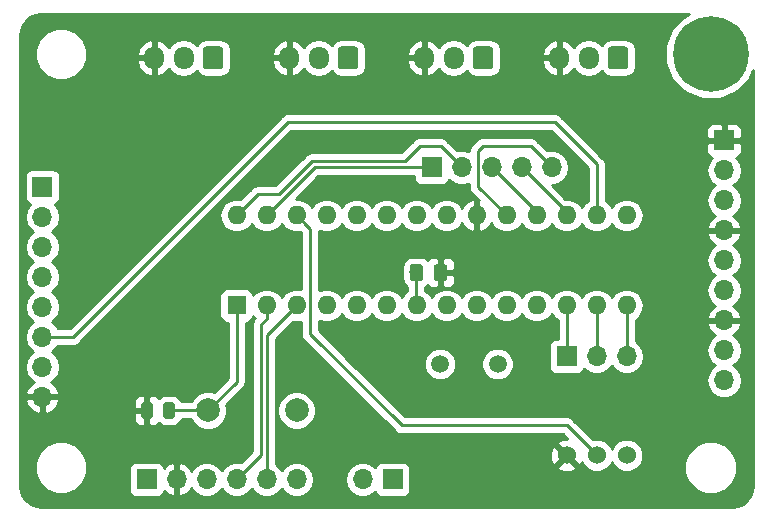
<source format=gbr>
G04 #@! TF.GenerationSoftware,KiCad,Pcbnew,(5.0.2)-1*
G04 #@! TF.CreationDate,2019-02-09T20:55:45-06:00*
G04 #@! TF.ProjectId,Halloween-Controller,48616c6c-6f77-4656-956e-2d436f6e7472,0.1*
G04 #@! TF.SameCoordinates,Original*
G04 #@! TF.FileFunction,Copper,L2,Bot*
G04 #@! TF.FilePolarity,Positive*
%FSLAX46Y46*%
G04 Gerber Fmt 4.6, Leading zero omitted, Abs format (unit mm)*
G04 Created by KiCad (PCBNEW (5.0.2)-1) date 2/9/2019 8:55:45 PM*
%MOMM*%
%LPD*%
G01*
G04 APERTURE LIST*
G04 #@! TA.AperFunction,ComponentPad*
%ADD10R,1.600000X1.600000*%
G04 #@! TD*
G04 #@! TA.AperFunction,ComponentPad*
%ADD11O,1.600000X1.600000*%
G04 #@! TD*
G04 #@! TA.AperFunction,Conductor*
%ADD12C,0.100000*%
G04 #@! TD*
G04 #@! TA.AperFunction,SMDPad,CuDef*
%ADD13C,1.150000*%
G04 #@! TD*
G04 #@! TA.AperFunction,ComponentPad*
%ADD14O,1.700000X1.950000*%
G04 #@! TD*
G04 #@! TA.AperFunction,ComponentPad*
%ADD15C,1.700000*%
G04 #@! TD*
G04 #@! TA.AperFunction,ComponentPad*
%ADD16R,1.700000X1.700000*%
G04 #@! TD*
G04 #@! TA.AperFunction,ComponentPad*
%ADD17O,1.700000X1.700000*%
G04 #@! TD*
G04 #@! TA.AperFunction,SMDPad,CuDef*
%ADD18C,0.975000*%
G04 #@! TD*
G04 #@! TA.AperFunction,ComponentPad*
%ADD19C,1.501140*%
G04 #@! TD*
G04 #@! TA.AperFunction,ComponentPad*
%ADD20C,6.400000*%
G04 #@! TD*
G04 #@! TA.AperFunction,ComponentPad*
%ADD21C,2.000000*%
G04 #@! TD*
G04 #@! TA.AperFunction,ComponentPad*
%ADD22C,1.524000*%
G04 #@! TD*
G04 #@! TA.AperFunction,Conductor*
%ADD23C,0.250000*%
G04 #@! TD*
G04 #@! TA.AperFunction,Conductor*
%ADD24C,0.254000*%
G04 #@! TD*
G04 APERTURE END LIST*
D10*
G04 #@! TO.P,IC1,1*
G04 #@! TO.N,Net-(C1-Pad1)*
X120650000Y-83820000D03*
D11*
G04 #@! TO.P,IC1,15*
G04 #@! TO.N,N/C*
X153670000Y-76200000D03*
G04 #@! TO.P,IC1,2*
G04 #@! TO.N,Net-(IC1-Pad2)*
X123190000Y-83820000D03*
G04 #@! TO.P,IC1,16*
G04 #@! TO.N,/GPIO_10*
X151130000Y-76200000D03*
G04 #@! TO.P,IC1,3*
G04 #@! TO.N,Net-(IC1-Pad3)*
X125730000Y-83820000D03*
G04 #@! TO.P,IC1,17*
G04 #@! TO.N,Net-(IC1-Pad17)*
X148590000Y-76200000D03*
G04 #@! TO.P,IC1,4*
G04 #@! TO.N,/GPIO_2*
X128270000Y-83820000D03*
G04 #@! TO.P,IC1,18*
G04 #@! TO.N,Net-(IC1-Pad18)*
X146050000Y-76200000D03*
G04 #@! TO.P,IC1,5*
G04 #@! TO.N,/GPIO_3*
X130810000Y-83820000D03*
G04 #@! TO.P,IC1,19*
G04 #@! TO.N,Net-(IC1-Pad19)*
X143510000Y-76200000D03*
G04 #@! TO.P,IC1,6*
G04 #@! TO.N,/GPIO_4*
X133350000Y-83820000D03*
G04 #@! TO.P,IC1,20*
G04 #@! TO.N,+5V*
X140970000Y-76200000D03*
G04 #@! TO.P,IC1,7*
G04 #@! TO.N,Net-(D1-Pad1)*
X135890000Y-83820000D03*
G04 #@! TO.P,IC1,21*
G04 #@! TO.N,N/C*
X138430000Y-76200000D03*
G04 #@! TO.P,IC1,8*
G04 #@! TO.N,GND*
X138430000Y-83820000D03*
G04 #@! TO.P,IC1,22*
X135890000Y-76200000D03*
G04 #@! TO.P,IC1,9*
G04 #@! TO.N,Net-(C2-Pad1)*
X140970000Y-83820000D03*
G04 #@! TO.P,IC1,23*
G04 #@! TO.N,/AIO_0*
X133350000Y-76200000D03*
G04 #@! TO.P,IC1,10*
G04 #@! TO.N,Net-(C3-Pad1)*
X143510000Y-83820000D03*
G04 #@! TO.P,IC1,24*
G04 #@! TO.N,/AIO_1*
X130810000Y-76200000D03*
G04 #@! TO.P,IC1,11*
G04 #@! TO.N,/GPIO_5*
X146050000Y-83820000D03*
G04 #@! TO.P,IC1,25*
G04 #@! TO.N,/AIO_2*
X128270000Y-76200000D03*
G04 #@! TO.P,IC1,12*
G04 #@! TO.N,/GPIO_6*
X148590000Y-83820000D03*
G04 #@! TO.P,IC1,26*
G04 #@! TO.N,/AIO_3*
X125730000Y-76200000D03*
G04 #@! TO.P,IC1,13*
G04 #@! TO.N,/GPIO_7*
X151130000Y-83820000D03*
G04 #@! TO.P,IC1,27*
G04 #@! TO.N,Net-(IC1-Pad27)*
X123190000Y-76200000D03*
G04 #@! TO.P,IC1,14*
G04 #@! TO.N,/GPIO_8*
X153670000Y-83820000D03*
G04 #@! TO.P,IC1,28*
G04 #@! TO.N,Net-(IC1-Pad28)*
X120650000Y-76200000D03*
G04 #@! TD*
D12*
G04 #@! TO.N,Net-(D1-Pad1)*
G04 #@! TO.C,D1*
G36*
X136221505Y-80327204D02*
X136245773Y-80330804D01*
X136269572Y-80336765D01*
X136292671Y-80345030D01*
X136314850Y-80355520D01*
X136335893Y-80368132D01*
X136355599Y-80382747D01*
X136373777Y-80399223D01*
X136390253Y-80417401D01*
X136404868Y-80437107D01*
X136417480Y-80458150D01*
X136427970Y-80480329D01*
X136436235Y-80503428D01*
X136442196Y-80527227D01*
X136445796Y-80551495D01*
X136447000Y-80575999D01*
X136447000Y-81476001D01*
X136445796Y-81500505D01*
X136442196Y-81524773D01*
X136436235Y-81548572D01*
X136427970Y-81571671D01*
X136417480Y-81593850D01*
X136404868Y-81614893D01*
X136390253Y-81634599D01*
X136373777Y-81652777D01*
X136355599Y-81669253D01*
X136335893Y-81683868D01*
X136314850Y-81696480D01*
X136292671Y-81706970D01*
X136269572Y-81715235D01*
X136245773Y-81721196D01*
X136221505Y-81724796D01*
X136197001Y-81726000D01*
X135546999Y-81726000D01*
X135522495Y-81724796D01*
X135498227Y-81721196D01*
X135474428Y-81715235D01*
X135451329Y-81706970D01*
X135429150Y-81696480D01*
X135408107Y-81683868D01*
X135388401Y-81669253D01*
X135370223Y-81652777D01*
X135353747Y-81634599D01*
X135339132Y-81614893D01*
X135326520Y-81593850D01*
X135316030Y-81571671D01*
X135307765Y-81548572D01*
X135301804Y-81524773D01*
X135298204Y-81500505D01*
X135297000Y-81476001D01*
X135297000Y-80575999D01*
X135298204Y-80551495D01*
X135301804Y-80527227D01*
X135307765Y-80503428D01*
X135316030Y-80480329D01*
X135326520Y-80458150D01*
X135339132Y-80437107D01*
X135353747Y-80417401D01*
X135370223Y-80399223D01*
X135388401Y-80382747D01*
X135408107Y-80368132D01*
X135429150Y-80355520D01*
X135451329Y-80345030D01*
X135474428Y-80336765D01*
X135498227Y-80330804D01*
X135522495Y-80327204D01*
X135546999Y-80326000D01*
X136197001Y-80326000D01*
X136221505Y-80327204D01*
X136221505Y-80327204D01*
G37*
D13*
G04 #@! TD*
G04 #@! TO.P,D1,1*
G04 #@! TO.N,Net-(D1-Pad1)*
X135872000Y-81026000D03*
D12*
G04 #@! TO.N,+5V*
G04 #@! TO.C,D1*
G36*
X138271505Y-80327204D02*
X138295773Y-80330804D01*
X138319572Y-80336765D01*
X138342671Y-80345030D01*
X138364850Y-80355520D01*
X138385893Y-80368132D01*
X138405599Y-80382747D01*
X138423777Y-80399223D01*
X138440253Y-80417401D01*
X138454868Y-80437107D01*
X138467480Y-80458150D01*
X138477970Y-80480329D01*
X138486235Y-80503428D01*
X138492196Y-80527227D01*
X138495796Y-80551495D01*
X138497000Y-80575999D01*
X138497000Y-81476001D01*
X138495796Y-81500505D01*
X138492196Y-81524773D01*
X138486235Y-81548572D01*
X138477970Y-81571671D01*
X138467480Y-81593850D01*
X138454868Y-81614893D01*
X138440253Y-81634599D01*
X138423777Y-81652777D01*
X138405599Y-81669253D01*
X138385893Y-81683868D01*
X138364850Y-81696480D01*
X138342671Y-81706970D01*
X138319572Y-81715235D01*
X138295773Y-81721196D01*
X138271505Y-81724796D01*
X138247001Y-81726000D01*
X137596999Y-81726000D01*
X137572495Y-81724796D01*
X137548227Y-81721196D01*
X137524428Y-81715235D01*
X137501329Y-81706970D01*
X137479150Y-81696480D01*
X137458107Y-81683868D01*
X137438401Y-81669253D01*
X137420223Y-81652777D01*
X137403747Y-81634599D01*
X137389132Y-81614893D01*
X137376520Y-81593850D01*
X137366030Y-81571671D01*
X137357765Y-81548572D01*
X137351804Y-81524773D01*
X137348204Y-81500505D01*
X137347000Y-81476001D01*
X137347000Y-80575999D01*
X137348204Y-80551495D01*
X137351804Y-80527227D01*
X137357765Y-80503428D01*
X137366030Y-80480329D01*
X137376520Y-80458150D01*
X137389132Y-80437107D01*
X137403747Y-80417401D01*
X137420223Y-80399223D01*
X137438401Y-80382747D01*
X137458107Y-80368132D01*
X137479150Y-80355520D01*
X137501329Y-80345030D01*
X137524428Y-80336765D01*
X137548227Y-80330804D01*
X137572495Y-80327204D01*
X137596999Y-80326000D01*
X138247001Y-80326000D01*
X138271505Y-80327204D01*
X138271505Y-80327204D01*
G37*
D13*
G04 #@! TD*
G04 #@! TO.P,D1,2*
G04 #@! TO.N,+5V*
X137922000Y-81026000D03*
D14*
G04 #@! TO.P,J1,3*
G04 #@! TO.N,+5V*
X113665000Y-62865000D03*
G04 #@! TO.P,J1,2*
G04 #@! TO.N,Net-(J1-Pad2)*
X116165000Y-62865000D03*
D12*
G04 #@! TD*
G04 #@! TO.N,GND*
G04 #@! TO.C,J1*
G36*
X119289504Y-61891204D02*
X119313773Y-61894804D01*
X119337571Y-61900765D01*
X119360671Y-61909030D01*
X119382849Y-61919520D01*
X119403893Y-61932133D01*
X119423598Y-61946747D01*
X119441777Y-61963223D01*
X119458253Y-61981402D01*
X119472867Y-62001107D01*
X119485480Y-62022151D01*
X119495970Y-62044329D01*
X119504235Y-62067429D01*
X119510196Y-62091227D01*
X119513796Y-62115496D01*
X119515000Y-62140000D01*
X119515000Y-63590000D01*
X119513796Y-63614504D01*
X119510196Y-63638773D01*
X119504235Y-63662571D01*
X119495970Y-63685671D01*
X119485480Y-63707849D01*
X119472867Y-63728893D01*
X119458253Y-63748598D01*
X119441777Y-63766777D01*
X119423598Y-63783253D01*
X119403893Y-63797867D01*
X119382849Y-63810480D01*
X119360671Y-63820970D01*
X119337571Y-63829235D01*
X119313773Y-63835196D01*
X119289504Y-63838796D01*
X119265000Y-63840000D01*
X118065000Y-63840000D01*
X118040496Y-63838796D01*
X118016227Y-63835196D01*
X117992429Y-63829235D01*
X117969329Y-63820970D01*
X117947151Y-63810480D01*
X117926107Y-63797867D01*
X117906402Y-63783253D01*
X117888223Y-63766777D01*
X117871747Y-63748598D01*
X117857133Y-63728893D01*
X117844520Y-63707849D01*
X117834030Y-63685671D01*
X117825765Y-63662571D01*
X117819804Y-63638773D01*
X117816204Y-63614504D01*
X117815000Y-63590000D01*
X117815000Y-62140000D01*
X117816204Y-62115496D01*
X117819804Y-62091227D01*
X117825765Y-62067429D01*
X117834030Y-62044329D01*
X117844520Y-62022151D01*
X117857133Y-62001107D01*
X117871747Y-61981402D01*
X117888223Y-61963223D01*
X117906402Y-61946747D01*
X117926107Y-61932133D01*
X117947151Y-61919520D01*
X117969329Y-61909030D01*
X117992429Y-61900765D01*
X118016227Y-61894804D01*
X118040496Y-61891204D01*
X118065000Y-61890000D01*
X119265000Y-61890000D01*
X119289504Y-61891204D01*
X119289504Y-61891204D01*
G37*
D15*
G04 #@! TO.P,J1,1*
G04 #@! TO.N,GND*
X118665000Y-62865000D03*
G04 #@! TD*
D16*
G04 #@! TO.P,J2,1*
G04 #@! TO.N,GND*
X113030000Y-98552000D03*
D17*
G04 #@! TO.P,J2,2*
G04 #@! TO.N,+5V*
X115570000Y-98552000D03*
G04 #@! TO.P,J2,3*
G04 #@! TO.N,N/C*
X118110000Y-98552000D03*
G04 #@! TO.P,J2,4*
G04 #@! TO.N,Net-(IC1-Pad2)*
X120650000Y-98552000D03*
G04 #@! TO.P,J2,5*
G04 #@! TO.N,Net-(IC1-Pad3)*
X123190000Y-98552000D03*
G04 #@! TO.P,J2,6*
G04 #@! TO.N,Net-(C1-Pad2)*
X125730000Y-98552000D03*
G04 #@! TD*
D16*
G04 #@! TO.P,J3,1*
G04 #@! TO.N,+5V*
X161925000Y-69850000D03*
D17*
G04 #@! TO.P,J3,2*
G04 #@! TO.N,Net-(J3-Pad2)*
X161925000Y-72390000D03*
G04 #@! TO.P,J3,3*
G04 #@! TO.N,GND*
X161925000Y-74930000D03*
G04 #@! TO.P,J3,4*
G04 #@! TO.N,+5V*
X161925000Y-77470000D03*
G04 #@! TO.P,J3,5*
G04 #@! TO.N,Net-(J3-Pad5)*
X161925000Y-80010000D03*
G04 #@! TO.P,J3,6*
G04 #@! TO.N,GND*
X161925000Y-82550000D03*
G04 #@! TO.P,J3,7*
G04 #@! TO.N,+5V*
X161925000Y-85090000D03*
G04 #@! TO.P,J3,8*
G04 #@! TO.N,Net-(J3-Pad8)*
X161925000Y-87630000D03*
G04 #@! TO.P,J3,9*
G04 #@! TO.N,GND*
X161925000Y-90170000D03*
G04 #@! TD*
D12*
G04 #@! TO.N,GND*
G04 #@! TO.C,J4*
G36*
X130719504Y-61891204D02*
X130743773Y-61894804D01*
X130767571Y-61900765D01*
X130790671Y-61909030D01*
X130812849Y-61919520D01*
X130833893Y-61932133D01*
X130853598Y-61946747D01*
X130871777Y-61963223D01*
X130888253Y-61981402D01*
X130902867Y-62001107D01*
X130915480Y-62022151D01*
X130925970Y-62044329D01*
X130934235Y-62067429D01*
X130940196Y-62091227D01*
X130943796Y-62115496D01*
X130945000Y-62140000D01*
X130945000Y-63590000D01*
X130943796Y-63614504D01*
X130940196Y-63638773D01*
X130934235Y-63662571D01*
X130925970Y-63685671D01*
X130915480Y-63707849D01*
X130902867Y-63728893D01*
X130888253Y-63748598D01*
X130871777Y-63766777D01*
X130853598Y-63783253D01*
X130833893Y-63797867D01*
X130812849Y-63810480D01*
X130790671Y-63820970D01*
X130767571Y-63829235D01*
X130743773Y-63835196D01*
X130719504Y-63838796D01*
X130695000Y-63840000D01*
X129495000Y-63840000D01*
X129470496Y-63838796D01*
X129446227Y-63835196D01*
X129422429Y-63829235D01*
X129399329Y-63820970D01*
X129377151Y-63810480D01*
X129356107Y-63797867D01*
X129336402Y-63783253D01*
X129318223Y-63766777D01*
X129301747Y-63748598D01*
X129287133Y-63728893D01*
X129274520Y-63707849D01*
X129264030Y-63685671D01*
X129255765Y-63662571D01*
X129249804Y-63638773D01*
X129246204Y-63614504D01*
X129245000Y-63590000D01*
X129245000Y-62140000D01*
X129246204Y-62115496D01*
X129249804Y-62091227D01*
X129255765Y-62067429D01*
X129264030Y-62044329D01*
X129274520Y-62022151D01*
X129287133Y-62001107D01*
X129301747Y-61981402D01*
X129318223Y-61963223D01*
X129336402Y-61946747D01*
X129356107Y-61932133D01*
X129377151Y-61919520D01*
X129399329Y-61909030D01*
X129422429Y-61900765D01*
X129446227Y-61894804D01*
X129470496Y-61891204D01*
X129495000Y-61890000D01*
X130695000Y-61890000D01*
X130719504Y-61891204D01*
X130719504Y-61891204D01*
G37*
D15*
G04 #@! TD*
G04 #@! TO.P,J4,1*
G04 #@! TO.N,GND*
X130095000Y-62865000D03*
D14*
G04 #@! TO.P,J4,2*
G04 #@! TO.N,Net-(J4-Pad2)*
X127595000Y-62865000D03*
G04 #@! TO.P,J4,3*
G04 #@! TO.N,+5V*
X125095000Y-62865000D03*
G04 #@! TD*
D12*
G04 #@! TO.N,GND*
G04 #@! TO.C,J5*
G36*
X142149504Y-61891204D02*
X142173773Y-61894804D01*
X142197571Y-61900765D01*
X142220671Y-61909030D01*
X142242849Y-61919520D01*
X142263893Y-61932133D01*
X142283598Y-61946747D01*
X142301777Y-61963223D01*
X142318253Y-61981402D01*
X142332867Y-62001107D01*
X142345480Y-62022151D01*
X142355970Y-62044329D01*
X142364235Y-62067429D01*
X142370196Y-62091227D01*
X142373796Y-62115496D01*
X142375000Y-62140000D01*
X142375000Y-63590000D01*
X142373796Y-63614504D01*
X142370196Y-63638773D01*
X142364235Y-63662571D01*
X142355970Y-63685671D01*
X142345480Y-63707849D01*
X142332867Y-63728893D01*
X142318253Y-63748598D01*
X142301777Y-63766777D01*
X142283598Y-63783253D01*
X142263893Y-63797867D01*
X142242849Y-63810480D01*
X142220671Y-63820970D01*
X142197571Y-63829235D01*
X142173773Y-63835196D01*
X142149504Y-63838796D01*
X142125000Y-63840000D01*
X140925000Y-63840000D01*
X140900496Y-63838796D01*
X140876227Y-63835196D01*
X140852429Y-63829235D01*
X140829329Y-63820970D01*
X140807151Y-63810480D01*
X140786107Y-63797867D01*
X140766402Y-63783253D01*
X140748223Y-63766777D01*
X140731747Y-63748598D01*
X140717133Y-63728893D01*
X140704520Y-63707849D01*
X140694030Y-63685671D01*
X140685765Y-63662571D01*
X140679804Y-63638773D01*
X140676204Y-63614504D01*
X140675000Y-63590000D01*
X140675000Y-62140000D01*
X140676204Y-62115496D01*
X140679804Y-62091227D01*
X140685765Y-62067429D01*
X140694030Y-62044329D01*
X140704520Y-62022151D01*
X140717133Y-62001107D01*
X140731747Y-61981402D01*
X140748223Y-61963223D01*
X140766402Y-61946747D01*
X140786107Y-61932133D01*
X140807151Y-61919520D01*
X140829329Y-61909030D01*
X140852429Y-61900765D01*
X140876227Y-61894804D01*
X140900496Y-61891204D01*
X140925000Y-61890000D01*
X142125000Y-61890000D01*
X142149504Y-61891204D01*
X142149504Y-61891204D01*
G37*
D15*
G04 #@! TD*
G04 #@! TO.P,J5,1*
G04 #@! TO.N,GND*
X141525000Y-62865000D03*
D14*
G04 #@! TO.P,J5,2*
G04 #@! TO.N,Net-(J5-Pad2)*
X139025000Y-62865000D03*
G04 #@! TO.P,J5,3*
G04 #@! TO.N,+5V*
X136525000Y-62865000D03*
G04 #@! TD*
D16*
G04 #@! TO.P,J6,1*
G04 #@! TO.N,Net-(IC1-Pad27)*
X137160000Y-72136000D03*
D17*
G04 #@! TO.P,J6,2*
G04 #@! TO.N,Net-(IC1-Pad28)*
X139700000Y-72136000D03*
G04 #@! TO.P,J6,3*
G04 #@! TO.N,Net-(IC1-Pad18)*
X142240000Y-72136000D03*
G04 #@! TO.P,J6,4*
G04 #@! TO.N,Net-(IC1-Pad17)*
X144780000Y-72136000D03*
G04 #@! TO.P,J6,5*
G04 #@! TO.N,Net-(IC1-Pad19)*
X147320000Y-72136000D03*
G04 #@! TD*
D14*
G04 #@! TO.P,J7,3*
G04 #@! TO.N,+5V*
X147955000Y-62865000D03*
G04 #@! TO.P,J7,2*
G04 #@! TO.N,Net-(J7-Pad2)*
X150455000Y-62865000D03*
D12*
G04 #@! TD*
G04 #@! TO.N,GND*
G04 #@! TO.C,J7*
G36*
X153579504Y-61891204D02*
X153603773Y-61894804D01*
X153627571Y-61900765D01*
X153650671Y-61909030D01*
X153672849Y-61919520D01*
X153693893Y-61932133D01*
X153713598Y-61946747D01*
X153731777Y-61963223D01*
X153748253Y-61981402D01*
X153762867Y-62001107D01*
X153775480Y-62022151D01*
X153785970Y-62044329D01*
X153794235Y-62067429D01*
X153800196Y-62091227D01*
X153803796Y-62115496D01*
X153805000Y-62140000D01*
X153805000Y-63590000D01*
X153803796Y-63614504D01*
X153800196Y-63638773D01*
X153794235Y-63662571D01*
X153785970Y-63685671D01*
X153775480Y-63707849D01*
X153762867Y-63728893D01*
X153748253Y-63748598D01*
X153731777Y-63766777D01*
X153713598Y-63783253D01*
X153693893Y-63797867D01*
X153672849Y-63810480D01*
X153650671Y-63820970D01*
X153627571Y-63829235D01*
X153603773Y-63835196D01*
X153579504Y-63838796D01*
X153555000Y-63840000D01*
X152355000Y-63840000D01*
X152330496Y-63838796D01*
X152306227Y-63835196D01*
X152282429Y-63829235D01*
X152259329Y-63820970D01*
X152237151Y-63810480D01*
X152216107Y-63797867D01*
X152196402Y-63783253D01*
X152178223Y-63766777D01*
X152161747Y-63748598D01*
X152147133Y-63728893D01*
X152134520Y-63707849D01*
X152124030Y-63685671D01*
X152115765Y-63662571D01*
X152109804Y-63638773D01*
X152106204Y-63614504D01*
X152105000Y-63590000D01*
X152105000Y-62140000D01*
X152106204Y-62115496D01*
X152109804Y-62091227D01*
X152115765Y-62067429D01*
X152124030Y-62044329D01*
X152134520Y-62022151D01*
X152147133Y-62001107D01*
X152161747Y-61981402D01*
X152178223Y-61963223D01*
X152196402Y-61946747D01*
X152216107Y-61932133D01*
X152237151Y-61919520D01*
X152259329Y-61909030D01*
X152282429Y-61900765D01*
X152306227Y-61894804D01*
X152330496Y-61891204D01*
X152355000Y-61890000D01*
X153555000Y-61890000D01*
X153579504Y-61891204D01*
X153579504Y-61891204D01*
G37*
D15*
G04 #@! TO.P,J7,1*
G04 #@! TO.N,GND*
X152955000Y-62865000D03*
G04 #@! TD*
D12*
G04 #@! TO.N,+5V*
G04 #@! TO.C,R3*
G36*
X113327642Y-92011174D02*
X113351303Y-92014684D01*
X113374507Y-92020496D01*
X113397029Y-92028554D01*
X113418653Y-92038782D01*
X113439170Y-92051079D01*
X113458383Y-92065329D01*
X113476107Y-92081393D01*
X113492171Y-92099117D01*
X113506421Y-92118330D01*
X113518718Y-92138847D01*
X113528946Y-92160471D01*
X113537004Y-92182993D01*
X113542816Y-92206197D01*
X113546326Y-92229858D01*
X113547500Y-92253750D01*
X113547500Y-93166250D01*
X113546326Y-93190142D01*
X113542816Y-93213803D01*
X113537004Y-93237007D01*
X113528946Y-93259529D01*
X113518718Y-93281153D01*
X113506421Y-93301670D01*
X113492171Y-93320883D01*
X113476107Y-93338607D01*
X113458383Y-93354671D01*
X113439170Y-93368921D01*
X113418653Y-93381218D01*
X113397029Y-93391446D01*
X113374507Y-93399504D01*
X113351303Y-93405316D01*
X113327642Y-93408826D01*
X113303750Y-93410000D01*
X112816250Y-93410000D01*
X112792358Y-93408826D01*
X112768697Y-93405316D01*
X112745493Y-93399504D01*
X112722971Y-93391446D01*
X112701347Y-93381218D01*
X112680830Y-93368921D01*
X112661617Y-93354671D01*
X112643893Y-93338607D01*
X112627829Y-93320883D01*
X112613579Y-93301670D01*
X112601282Y-93281153D01*
X112591054Y-93259529D01*
X112582996Y-93237007D01*
X112577184Y-93213803D01*
X112573674Y-93190142D01*
X112572500Y-93166250D01*
X112572500Y-92253750D01*
X112573674Y-92229858D01*
X112577184Y-92206197D01*
X112582996Y-92182993D01*
X112591054Y-92160471D01*
X112601282Y-92138847D01*
X112613579Y-92118330D01*
X112627829Y-92099117D01*
X112643893Y-92081393D01*
X112661617Y-92065329D01*
X112680830Y-92051079D01*
X112701347Y-92038782D01*
X112722971Y-92028554D01*
X112745493Y-92020496D01*
X112768697Y-92014684D01*
X112792358Y-92011174D01*
X112816250Y-92010000D01*
X113303750Y-92010000D01*
X113327642Y-92011174D01*
X113327642Y-92011174D01*
G37*
D18*
G04 #@! TD*
G04 #@! TO.P,R3,1*
G04 #@! TO.N,+5V*
X113060000Y-92710000D03*
D12*
G04 #@! TO.N,Net-(C1-Pad1)*
G04 #@! TO.C,R3*
G36*
X115202642Y-92011174D02*
X115226303Y-92014684D01*
X115249507Y-92020496D01*
X115272029Y-92028554D01*
X115293653Y-92038782D01*
X115314170Y-92051079D01*
X115333383Y-92065329D01*
X115351107Y-92081393D01*
X115367171Y-92099117D01*
X115381421Y-92118330D01*
X115393718Y-92138847D01*
X115403946Y-92160471D01*
X115412004Y-92182993D01*
X115417816Y-92206197D01*
X115421326Y-92229858D01*
X115422500Y-92253750D01*
X115422500Y-93166250D01*
X115421326Y-93190142D01*
X115417816Y-93213803D01*
X115412004Y-93237007D01*
X115403946Y-93259529D01*
X115393718Y-93281153D01*
X115381421Y-93301670D01*
X115367171Y-93320883D01*
X115351107Y-93338607D01*
X115333383Y-93354671D01*
X115314170Y-93368921D01*
X115293653Y-93381218D01*
X115272029Y-93391446D01*
X115249507Y-93399504D01*
X115226303Y-93405316D01*
X115202642Y-93408826D01*
X115178750Y-93410000D01*
X114691250Y-93410000D01*
X114667358Y-93408826D01*
X114643697Y-93405316D01*
X114620493Y-93399504D01*
X114597971Y-93391446D01*
X114576347Y-93381218D01*
X114555830Y-93368921D01*
X114536617Y-93354671D01*
X114518893Y-93338607D01*
X114502829Y-93320883D01*
X114488579Y-93301670D01*
X114476282Y-93281153D01*
X114466054Y-93259529D01*
X114457996Y-93237007D01*
X114452184Y-93213803D01*
X114448674Y-93190142D01*
X114447500Y-93166250D01*
X114447500Y-92253750D01*
X114448674Y-92229858D01*
X114452184Y-92206197D01*
X114457996Y-92182993D01*
X114466054Y-92160471D01*
X114476282Y-92138847D01*
X114488579Y-92118330D01*
X114502829Y-92099117D01*
X114518893Y-92081393D01*
X114536617Y-92065329D01*
X114555830Y-92051079D01*
X114576347Y-92038782D01*
X114597971Y-92028554D01*
X114620493Y-92020496D01*
X114643697Y-92014684D01*
X114667358Y-92011174D01*
X114691250Y-92010000D01*
X115178750Y-92010000D01*
X115202642Y-92011174D01*
X115202642Y-92011174D01*
G37*
D18*
G04 #@! TD*
G04 #@! TO.P,R3,2*
G04 #@! TO.N,Net-(C1-Pad1)*
X114935000Y-92710000D03*
D19*
G04 #@! TO.P,Y1,1*
G04 #@! TO.N,Net-(C2-Pad1)*
X137866120Y-88773000D03*
G04 #@! TO.P,Y1,2*
G04 #@! TO.N,Net-(C3-Pad1)*
X142748000Y-88773000D03*
G04 #@! TD*
D20*
G04 #@! TO.P,H4,1*
G04 #@! TO.N,GND*
X160791000Y-62536000D03*
G04 #@! TD*
D21*
G04 #@! TO.P,C1,1*
G04 #@! TO.N,Net-(C1-Pad1)*
X118230000Y-92710000D03*
G04 #@! TO.P,C1,2*
G04 #@! TO.N,Net-(C1-Pad2)*
X125730000Y-92710000D03*
G04 #@! TD*
D16*
G04 #@! TO.P,VTR1,1*
G04 #@! TO.N,N/C*
X104216200Y-73761600D03*
D17*
G04 #@! TO.P,VTR1,2*
X104216200Y-76301600D03*
G04 #@! TO.P,VTR1,3*
X104216200Y-78841600D03*
G04 #@! TO.P,VTR1,4*
G04 #@! TO.N,Net-(SW1-Pad2)*
X104216200Y-81381600D03*
G04 #@! TO.P,VTR1,5*
G04 #@! TO.N,N/C*
X104216200Y-83921600D03*
G04 #@! TO.P,VTR1,6*
G04 #@! TO.N,/GPIO_10*
X104216200Y-86461600D03*
G04 #@! TO.P,VTR1,7*
G04 #@! TO.N,GND*
X104216200Y-89001600D03*
G04 #@! TO.P,VTR1,8*
G04 #@! TO.N,+5V*
X104216200Y-91541600D03*
G04 #@! TD*
D22*
G04 #@! TO.P,RV1,1*
G04 #@! TO.N,+5V*
X148590000Y-96520000D03*
G04 #@! TO.P,RV1,2*
G04 #@! TO.N,/AIO_3*
X151130000Y-96520000D03*
G04 #@! TO.P,RV1,3*
G04 #@! TO.N,GND*
X153670000Y-96520000D03*
G04 #@! TD*
D16*
G04 #@! TO.P,SW1,1*
G04 #@! TO.N,GND*
X133858000Y-98552000D03*
D17*
G04 #@! TO.P,SW1,2*
G04 #@! TO.N,Net-(SW1-Pad2)*
X131318000Y-98552000D03*
G04 #@! TD*
D16*
G04 #@! TO.P,J8,1*
G04 #@! TO.N,/GPIO_6*
X148590000Y-88138000D03*
D17*
G04 #@! TO.P,J8,2*
G04 #@! TO.N,/GPIO_7*
X151130000Y-88138000D03*
G04 #@! TO.P,J8,3*
G04 #@! TO.N,/GPIO_8*
X153670000Y-88138000D03*
G04 #@! TD*
D23*
G04 #@! TO.N,Net-(C1-Pad1)*
X115522500Y-92710000D02*
X118230000Y-92710000D01*
X114935000Y-92710000D02*
X115522500Y-92710000D01*
X120650000Y-90290000D02*
X120650000Y-83820000D01*
X118230000Y-92710000D02*
X120650000Y-90290000D01*
G04 #@! TO.N,Net-(IC1-Pad2)*
X122739989Y-96462011D02*
X122739989Y-85401381D01*
X120650000Y-98552000D02*
X122739989Y-96462011D01*
X123190000Y-84951370D02*
X123190000Y-83820000D01*
X122739989Y-85401381D02*
X123190000Y-84951370D01*
G04 #@! TO.N,Net-(IC1-Pad3)*
X123190000Y-86360000D02*
X125730000Y-83820000D01*
X123190000Y-98552000D02*
X123190000Y-86360000D01*
G04 #@! TO.N,Net-(IC1-Pad17)*
X148590000Y-75946000D02*
X148590000Y-76200000D01*
X144780000Y-72136000D02*
X148590000Y-75946000D01*
G04 #@! TO.N,Net-(IC1-Pad18)*
X146050000Y-75946000D02*
X146050000Y-76200000D01*
X142240000Y-72136000D02*
X146050000Y-75946000D01*
G04 #@! TO.N,Net-(IC1-Pad19)*
X141064999Y-73754999D02*
X141064999Y-70771001D01*
X143510000Y-76200000D02*
X141064999Y-73754999D01*
X141064999Y-70771001D02*
X141478000Y-70358000D01*
X145542000Y-70358000D02*
X147320000Y-72136000D01*
X141478000Y-70358000D02*
X145542000Y-70358000D01*
G04 #@! TO.N,Net-(D1-Pad1)*
X135872000Y-83802000D02*
X135890000Y-83820000D01*
X135872000Y-81026000D02*
X135872000Y-83802000D01*
G04 #@! TO.N,Net-(IC1-Pad27)*
X137160000Y-72136000D02*
X127254000Y-72136000D01*
X127254000Y-72136000D02*
X123190000Y-76200000D01*
G04 #@! TO.N,Net-(IC1-Pad28)*
X139700000Y-72136000D02*
X137922000Y-70358000D01*
X134874000Y-71628000D02*
X136144000Y-70358000D01*
X137922000Y-70358000D02*
X136144000Y-70358000D01*
X120650000Y-76200000D02*
X122428000Y-74422000D01*
X122428000Y-74422000D02*
X124206000Y-74422000D01*
X124206000Y-74422000D02*
X127000000Y-71628000D01*
X127000000Y-71628000D02*
X134874000Y-71628000D01*
G04 #@! TO.N,/GPIO_10*
X104216200Y-86461600D02*
X106832400Y-86461600D01*
X106832400Y-86461600D02*
X124968000Y-68326000D01*
X124968000Y-68326000D02*
X147574000Y-68326000D01*
X151130000Y-71882000D02*
X151130000Y-76200000D01*
X147574000Y-68326000D02*
X151130000Y-71882000D01*
G04 #@! TO.N,/GPIO_6*
X148590000Y-84951370D02*
X148590000Y-88138000D01*
X148590000Y-83820000D02*
X148590000Y-84951370D01*
G04 #@! TO.N,/AIO_3*
X126529999Y-76999999D02*
X125730000Y-76200000D01*
X126855001Y-77325001D02*
X126529999Y-76999999D01*
X126855001Y-86215001D02*
X126855001Y-77325001D01*
X134620000Y-93980000D02*
X126855001Y-86215001D01*
X148590000Y-93980000D02*
X148082000Y-93980000D01*
X151130000Y-96520000D02*
X148590000Y-93980000D01*
X148082000Y-93980000D02*
X134620000Y-93980000D01*
G04 #@! TO.N,/GPIO_7*
X151130000Y-83820000D02*
X151130000Y-88138000D01*
G04 #@! TO.N,/GPIO_8*
X153670000Y-84951370D02*
X153670000Y-88138000D01*
X153670000Y-83820000D02*
X153670000Y-84951370D01*
G04 #@! TD*
D24*
G04 #@! TO.N,+5V*
G36*
X158618647Y-59284844D02*
X157539844Y-60363647D01*
X156956000Y-61773171D01*
X156956000Y-63298829D01*
X157539844Y-64708353D01*
X158618647Y-65787156D01*
X160028171Y-66371000D01*
X161553829Y-66371000D01*
X162963353Y-65787156D01*
X164042156Y-64708353D01*
X164390000Y-63868583D01*
X164390001Y-99015326D01*
X164327042Y-99513699D01*
X164158697Y-99938889D01*
X163889899Y-100308859D01*
X163537541Y-100600355D01*
X163123756Y-100795067D01*
X162641339Y-100887093D01*
X162548836Y-100890000D01*
X104184667Y-100890000D01*
X103686301Y-100827042D01*
X103261111Y-100658697D01*
X102891141Y-100389899D01*
X102599645Y-100037541D01*
X102404933Y-99623756D01*
X102312907Y-99141339D01*
X102310000Y-99048836D01*
X102310000Y-97091431D01*
X103556000Y-97091431D01*
X103556000Y-97980569D01*
X103896259Y-98802026D01*
X104524974Y-99430741D01*
X105346431Y-99771000D01*
X106235569Y-99771000D01*
X107057026Y-99430741D01*
X107685741Y-98802026D01*
X108026000Y-97980569D01*
X108026000Y-97702000D01*
X111532560Y-97702000D01*
X111532560Y-99402000D01*
X111581843Y-99649765D01*
X111722191Y-99859809D01*
X111932235Y-100000157D01*
X112180000Y-100049440D01*
X113880000Y-100049440D01*
X114127765Y-100000157D01*
X114337809Y-99859809D01*
X114478157Y-99649765D01*
X114498739Y-99546292D01*
X114803076Y-99823645D01*
X115213110Y-99993476D01*
X115443000Y-99872155D01*
X115443000Y-98679000D01*
X115423000Y-98679000D01*
X115423000Y-98425000D01*
X115443000Y-98425000D01*
X115443000Y-97231845D01*
X115213110Y-97110524D01*
X114803076Y-97280355D01*
X114498739Y-97557708D01*
X114478157Y-97454235D01*
X114337809Y-97244191D01*
X114127765Y-97103843D01*
X113880000Y-97054560D01*
X112180000Y-97054560D01*
X111932235Y-97103843D01*
X111722191Y-97244191D01*
X111581843Y-97454235D01*
X111532560Y-97702000D01*
X108026000Y-97702000D01*
X108026000Y-97091431D01*
X107685741Y-96269974D01*
X107057026Y-95641259D01*
X106235569Y-95301000D01*
X105346431Y-95301000D01*
X104524974Y-95641259D01*
X103896259Y-96269974D01*
X103556000Y-97091431D01*
X102310000Y-97091431D01*
X102310000Y-92995750D01*
X111937500Y-92995750D01*
X111937500Y-93536310D01*
X112034173Y-93769699D01*
X112212802Y-93948327D01*
X112446191Y-94045000D01*
X112774250Y-94045000D01*
X112933000Y-93886250D01*
X112933000Y-92837000D01*
X112096250Y-92837000D01*
X111937500Y-92995750D01*
X102310000Y-92995750D01*
X102310000Y-91898490D01*
X102774724Y-91898490D01*
X102944555Y-92308524D01*
X103334842Y-92736783D01*
X103859308Y-92983086D01*
X104089200Y-92862419D01*
X104089200Y-91668600D01*
X104343200Y-91668600D01*
X104343200Y-92862419D01*
X104573092Y-92983086D01*
X105097558Y-92736783D01*
X105487845Y-92308524D01*
X105657676Y-91898490D01*
X105649866Y-91883690D01*
X111937500Y-91883690D01*
X111937500Y-92424250D01*
X112096250Y-92583000D01*
X112933000Y-92583000D01*
X112933000Y-91533750D01*
X112774250Y-91375000D01*
X112446191Y-91375000D01*
X112212802Y-91471673D01*
X112034173Y-91650301D01*
X111937500Y-91883690D01*
X105649866Y-91883690D01*
X105536355Y-91668600D01*
X104343200Y-91668600D01*
X104089200Y-91668600D01*
X102896045Y-91668600D01*
X102774724Y-91898490D01*
X102310000Y-91898490D01*
X102310000Y-76301600D01*
X102702108Y-76301600D01*
X102817361Y-76881018D01*
X103145575Y-77372225D01*
X103443961Y-77571600D01*
X103145575Y-77770975D01*
X102817361Y-78262182D01*
X102702108Y-78841600D01*
X102817361Y-79421018D01*
X103145575Y-79912225D01*
X103443961Y-80111600D01*
X103145575Y-80310975D01*
X102817361Y-80802182D01*
X102702108Y-81381600D01*
X102817361Y-81961018D01*
X103145575Y-82452225D01*
X103443961Y-82651600D01*
X103145575Y-82850975D01*
X102817361Y-83342182D01*
X102702108Y-83921600D01*
X102817361Y-84501018D01*
X103145575Y-84992225D01*
X103443961Y-85191600D01*
X103145575Y-85390975D01*
X102817361Y-85882182D01*
X102702108Y-86461600D01*
X102817361Y-87041018D01*
X103145575Y-87532225D01*
X103443961Y-87731600D01*
X103145575Y-87930975D01*
X102817361Y-88422182D01*
X102702108Y-89001600D01*
X102817361Y-89581018D01*
X103145575Y-90072225D01*
X103464678Y-90285443D01*
X103334842Y-90346417D01*
X102944555Y-90774676D01*
X102774724Y-91184710D01*
X102896045Y-91414600D01*
X104089200Y-91414600D01*
X104089200Y-91394600D01*
X104343200Y-91394600D01*
X104343200Y-91414600D01*
X105536355Y-91414600D01*
X105657676Y-91184710D01*
X105487845Y-90774676D01*
X105097558Y-90346417D01*
X104967722Y-90285443D01*
X105286825Y-90072225D01*
X105615039Y-89581018D01*
X105730292Y-89001600D01*
X105615039Y-88422182D01*
X105286825Y-87930975D01*
X104988439Y-87731600D01*
X105286825Y-87532225D01*
X105494378Y-87221600D01*
X106757553Y-87221600D01*
X106832400Y-87236488D01*
X106907247Y-87221600D01*
X106907252Y-87221600D01*
X107128937Y-87177504D01*
X107380329Y-87009529D01*
X107422731Y-86946070D01*
X125282803Y-69086000D01*
X147259199Y-69086000D01*
X150370000Y-72196803D01*
X150370001Y-74981956D01*
X150095423Y-75165423D01*
X149860000Y-75517758D01*
X149624577Y-75165423D01*
X149149909Y-74848260D01*
X148731333Y-74765000D01*
X148483802Y-74765000D01*
X147339802Y-73621000D01*
X147466256Y-73621000D01*
X147899418Y-73534839D01*
X148390625Y-73206625D01*
X148718839Y-72715418D01*
X148834092Y-72136000D01*
X148718839Y-71556582D01*
X148390625Y-71065375D01*
X147899418Y-70737161D01*
X147466256Y-70651000D01*
X147173744Y-70651000D01*
X146953592Y-70694791D01*
X146132331Y-69873530D01*
X146089929Y-69810071D01*
X145838537Y-69642096D01*
X145616852Y-69598000D01*
X145616847Y-69598000D01*
X145542000Y-69583112D01*
X145467153Y-69598000D01*
X141552848Y-69598000D01*
X141478000Y-69583112D01*
X141403152Y-69598000D01*
X141403148Y-69598000D01*
X141181463Y-69642096D01*
X140930071Y-69810071D01*
X140887669Y-69873530D01*
X140580527Y-70180672D01*
X140517071Y-70223072D01*
X140474671Y-70286528D01*
X140474670Y-70286529D01*
X140349096Y-70474464D01*
X140294798Y-70747438D01*
X140279418Y-70737161D01*
X139846256Y-70651000D01*
X139553744Y-70651000D01*
X139333592Y-70694791D01*
X138512331Y-69873530D01*
X138469929Y-69810071D01*
X138218537Y-69642096D01*
X137996852Y-69598000D01*
X137996847Y-69598000D01*
X137922000Y-69583112D01*
X137847153Y-69598000D01*
X136218846Y-69598000D01*
X136143999Y-69583112D01*
X136069152Y-69598000D01*
X136069148Y-69598000D01*
X135847463Y-69642096D01*
X135596071Y-69810071D01*
X135553671Y-69873527D01*
X134559199Y-70868000D01*
X127074848Y-70868000D01*
X127000000Y-70853112D01*
X126925152Y-70868000D01*
X126925148Y-70868000D01*
X126751605Y-70902520D01*
X126703462Y-70912096D01*
X126585134Y-70991161D01*
X126452071Y-71080071D01*
X126409671Y-71143527D01*
X123891199Y-73662000D01*
X122502848Y-73662000D01*
X122428000Y-73647112D01*
X122353152Y-73662000D01*
X122353148Y-73662000D01*
X122179605Y-73696520D01*
X122131462Y-73706096D01*
X121946252Y-73829850D01*
X121880071Y-73874071D01*
X121837671Y-73937527D01*
X120973886Y-74801312D01*
X120791333Y-74765000D01*
X120508667Y-74765000D01*
X120090091Y-74848260D01*
X119615423Y-75165423D01*
X119298260Y-75640091D01*
X119186887Y-76200000D01*
X119298260Y-76759909D01*
X119615423Y-77234577D01*
X120090091Y-77551740D01*
X120508667Y-77635000D01*
X120791333Y-77635000D01*
X121209909Y-77551740D01*
X121684577Y-77234577D01*
X121920000Y-76882242D01*
X122155423Y-77234577D01*
X122630091Y-77551740D01*
X123048667Y-77635000D01*
X123331333Y-77635000D01*
X123749909Y-77551740D01*
X124224577Y-77234577D01*
X124460000Y-76882242D01*
X124695423Y-77234577D01*
X125170091Y-77551740D01*
X125588667Y-77635000D01*
X125871333Y-77635000D01*
X126053887Y-77598688D01*
X126095002Y-77639803D01*
X126095001Y-82429490D01*
X125871333Y-82385000D01*
X125588667Y-82385000D01*
X125170091Y-82468260D01*
X124695423Y-82785423D01*
X124460000Y-83137758D01*
X124224577Y-82785423D01*
X123749909Y-82468260D01*
X123331333Y-82385000D01*
X123048667Y-82385000D01*
X122630091Y-82468260D01*
X122155423Y-82785423D01*
X122074785Y-82906106D01*
X122048157Y-82772235D01*
X121907809Y-82562191D01*
X121697765Y-82421843D01*
X121450000Y-82372560D01*
X119850000Y-82372560D01*
X119602235Y-82421843D01*
X119392191Y-82562191D01*
X119251843Y-82772235D01*
X119202560Y-83020000D01*
X119202560Y-84620000D01*
X119251843Y-84867765D01*
X119392191Y-85077809D01*
X119602235Y-85218157D01*
X119850000Y-85267440D01*
X119890001Y-85267440D01*
X119890000Y-89975198D01*
X118721375Y-91143823D01*
X118555222Y-91075000D01*
X117904778Y-91075000D01*
X117303847Y-91323914D01*
X116843914Y-91783847D01*
X116775091Y-91950000D01*
X116009520Y-91950000D01*
X116002102Y-91912706D01*
X115808916Y-91623584D01*
X115519794Y-91430398D01*
X115178750Y-91362560D01*
X114691250Y-91362560D01*
X114350206Y-91430398D01*
X114061084Y-91623584D01*
X114060293Y-91624767D01*
X113907198Y-91471673D01*
X113673809Y-91375000D01*
X113345750Y-91375000D01*
X113187000Y-91533750D01*
X113187000Y-92583000D01*
X113207000Y-92583000D01*
X113207000Y-92837000D01*
X113187000Y-92837000D01*
X113187000Y-93886250D01*
X113345750Y-94045000D01*
X113673809Y-94045000D01*
X113907198Y-93948327D01*
X114060293Y-93795233D01*
X114061084Y-93796416D01*
X114350206Y-93989602D01*
X114691250Y-94057440D01*
X115178750Y-94057440D01*
X115519794Y-93989602D01*
X115808916Y-93796416D01*
X116002102Y-93507294D01*
X116009520Y-93470000D01*
X116775091Y-93470000D01*
X116843914Y-93636153D01*
X117303847Y-94096086D01*
X117904778Y-94345000D01*
X118555222Y-94345000D01*
X119156153Y-94096086D01*
X119616086Y-93636153D01*
X119865000Y-93035222D01*
X119865000Y-92384778D01*
X119796177Y-92218625D01*
X121134473Y-90880329D01*
X121197929Y-90837929D01*
X121257070Y-90749418D01*
X121365904Y-90586538D01*
X121402921Y-90400439D01*
X121410000Y-90364852D01*
X121410000Y-90364848D01*
X121424888Y-90290000D01*
X121410000Y-90215152D01*
X121410000Y-85267440D01*
X121450000Y-85267440D01*
X121697765Y-85218157D01*
X121907809Y-85077809D01*
X122048157Y-84867765D01*
X122074785Y-84733894D01*
X122155423Y-84854577D01*
X122180233Y-84871154D01*
X122149661Y-84916908D01*
X122149660Y-84916909D01*
X122024086Y-85104844D01*
X121965101Y-85401381D01*
X121979990Y-85476233D01*
X121979989Y-96147209D01*
X121016408Y-97110791D01*
X120796256Y-97067000D01*
X120503744Y-97067000D01*
X120070582Y-97153161D01*
X119579375Y-97481375D01*
X119380000Y-97779761D01*
X119180625Y-97481375D01*
X118689418Y-97153161D01*
X118256256Y-97067000D01*
X117963744Y-97067000D01*
X117530582Y-97153161D01*
X117039375Y-97481375D01*
X116826157Y-97800478D01*
X116765183Y-97670642D01*
X116336924Y-97280355D01*
X115926890Y-97110524D01*
X115697000Y-97231845D01*
X115697000Y-98425000D01*
X115717000Y-98425000D01*
X115717000Y-98679000D01*
X115697000Y-98679000D01*
X115697000Y-99872155D01*
X115926890Y-99993476D01*
X116336924Y-99823645D01*
X116765183Y-99433358D01*
X116826157Y-99303522D01*
X117039375Y-99622625D01*
X117530582Y-99950839D01*
X117963744Y-100037000D01*
X118256256Y-100037000D01*
X118689418Y-99950839D01*
X119180625Y-99622625D01*
X119380000Y-99324239D01*
X119579375Y-99622625D01*
X120070582Y-99950839D01*
X120503744Y-100037000D01*
X120796256Y-100037000D01*
X121229418Y-99950839D01*
X121720625Y-99622625D01*
X121920000Y-99324239D01*
X122119375Y-99622625D01*
X122610582Y-99950839D01*
X123043744Y-100037000D01*
X123336256Y-100037000D01*
X123769418Y-99950839D01*
X124260625Y-99622625D01*
X124460000Y-99324239D01*
X124659375Y-99622625D01*
X125150582Y-99950839D01*
X125583744Y-100037000D01*
X125876256Y-100037000D01*
X126309418Y-99950839D01*
X126800625Y-99622625D01*
X127128839Y-99131418D01*
X127244092Y-98552000D01*
X129803908Y-98552000D01*
X129919161Y-99131418D01*
X130247375Y-99622625D01*
X130738582Y-99950839D01*
X131171744Y-100037000D01*
X131464256Y-100037000D01*
X131897418Y-99950839D01*
X132388625Y-99622625D01*
X132400816Y-99604381D01*
X132409843Y-99649765D01*
X132550191Y-99859809D01*
X132760235Y-100000157D01*
X133008000Y-100049440D01*
X134708000Y-100049440D01*
X134955765Y-100000157D01*
X135165809Y-99859809D01*
X135306157Y-99649765D01*
X135355440Y-99402000D01*
X135355440Y-97702000D01*
X135315303Y-97500213D01*
X147789392Y-97500213D01*
X147858857Y-97742397D01*
X148382302Y-97929144D01*
X148937368Y-97901362D01*
X149321143Y-97742397D01*
X149390608Y-97500213D01*
X148590000Y-96699605D01*
X147789392Y-97500213D01*
X135315303Y-97500213D01*
X135306157Y-97454235D01*
X135165809Y-97244191D01*
X134955765Y-97103843D01*
X134708000Y-97054560D01*
X133008000Y-97054560D01*
X132760235Y-97103843D01*
X132550191Y-97244191D01*
X132409843Y-97454235D01*
X132400816Y-97499619D01*
X132388625Y-97481375D01*
X131897418Y-97153161D01*
X131464256Y-97067000D01*
X131171744Y-97067000D01*
X130738582Y-97153161D01*
X130247375Y-97481375D01*
X129919161Y-97972582D01*
X129803908Y-98552000D01*
X127244092Y-98552000D01*
X127128839Y-97972582D01*
X126800625Y-97481375D01*
X126309418Y-97153161D01*
X125876256Y-97067000D01*
X125583744Y-97067000D01*
X125150582Y-97153161D01*
X124659375Y-97481375D01*
X124460000Y-97779761D01*
X124260625Y-97481375D01*
X123950000Y-97273822D01*
X123950000Y-96312302D01*
X147180856Y-96312302D01*
X147208638Y-96867368D01*
X147367603Y-97251143D01*
X147609787Y-97320608D01*
X148410395Y-96520000D01*
X147609787Y-95719392D01*
X147367603Y-95788857D01*
X147180856Y-96312302D01*
X123950000Y-96312302D01*
X123950000Y-92384778D01*
X124095000Y-92384778D01*
X124095000Y-93035222D01*
X124343914Y-93636153D01*
X124803847Y-94096086D01*
X125404778Y-94345000D01*
X126055222Y-94345000D01*
X126656153Y-94096086D01*
X127116086Y-93636153D01*
X127365000Y-93035222D01*
X127365000Y-92384778D01*
X127116086Y-91783847D01*
X126656153Y-91323914D01*
X126055222Y-91075000D01*
X125404778Y-91075000D01*
X124803847Y-91323914D01*
X124343914Y-91783847D01*
X124095000Y-92384778D01*
X123950000Y-92384778D01*
X123950000Y-86674801D01*
X125406114Y-85218688D01*
X125588667Y-85255000D01*
X125871333Y-85255000D01*
X126095001Y-85210510D01*
X126095001Y-86140154D01*
X126080113Y-86215001D01*
X126095001Y-86289848D01*
X126095001Y-86289852D01*
X126139097Y-86511537D01*
X126307072Y-86762930D01*
X126370531Y-86805332D01*
X134029670Y-94464472D01*
X134072071Y-94527929D01*
X134323463Y-94695904D01*
X134545148Y-94740000D01*
X134545153Y-94740000D01*
X134620000Y-94754888D01*
X134694847Y-94740000D01*
X148275199Y-94740000D01*
X148653283Y-95118084D01*
X148242632Y-95138638D01*
X147858857Y-95297603D01*
X147789392Y-95539787D01*
X148590000Y-96340395D01*
X148604143Y-96326253D01*
X148783748Y-96505858D01*
X148769605Y-96520000D01*
X149570213Y-97320608D01*
X149812397Y-97251143D01*
X149862535Y-97110607D01*
X149945680Y-97311337D01*
X150338663Y-97704320D01*
X150852119Y-97917000D01*
X151407881Y-97917000D01*
X151921337Y-97704320D01*
X152314320Y-97311337D01*
X152400000Y-97104487D01*
X152485680Y-97311337D01*
X152878663Y-97704320D01*
X153392119Y-97917000D01*
X153947881Y-97917000D01*
X154461337Y-97704320D01*
X154854320Y-97311337D01*
X154945407Y-97091431D01*
X158556000Y-97091431D01*
X158556000Y-97980569D01*
X158896259Y-98802026D01*
X159524974Y-99430741D01*
X160346431Y-99771000D01*
X161235569Y-99771000D01*
X162057026Y-99430741D01*
X162685741Y-98802026D01*
X163026000Y-97980569D01*
X163026000Y-97091431D01*
X162685741Y-96269974D01*
X162057026Y-95641259D01*
X161235569Y-95301000D01*
X160346431Y-95301000D01*
X159524974Y-95641259D01*
X158896259Y-96269974D01*
X158556000Y-97091431D01*
X154945407Y-97091431D01*
X155067000Y-96797881D01*
X155067000Y-96242119D01*
X154854320Y-95728663D01*
X154461337Y-95335680D01*
X153947881Y-95123000D01*
X153392119Y-95123000D01*
X152878663Y-95335680D01*
X152485680Y-95728663D01*
X152400000Y-95935513D01*
X152314320Y-95728663D01*
X151921337Y-95335680D01*
X151407881Y-95123000D01*
X150852119Y-95123000D01*
X150820782Y-95135980D01*
X149180331Y-93495530D01*
X149137929Y-93432071D01*
X148886537Y-93264096D01*
X148664852Y-93220000D01*
X148664847Y-93220000D01*
X148590000Y-93205112D01*
X148515153Y-93220000D01*
X134934802Y-93220000D01*
X130212195Y-88497393D01*
X136480550Y-88497393D01*
X136480550Y-89048607D01*
X136691490Y-89557862D01*
X137081258Y-89947630D01*
X137590513Y-90158570D01*
X138141727Y-90158570D01*
X138650982Y-89947630D01*
X139040750Y-89557862D01*
X139251690Y-89048607D01*
X139251690Y-88497393D01*
X141362430Y-88497393D01*
X141362430Y-89048607D01*
X141573370Y-89557862D01*
X141963138Y-89947630D01*
X142472393Y-90158570D01*
X143023607Y-90158570D01*
X143532862Y-89947630D01*
X143922630Y-89557862D01*
X144133570Y-89048607D01*
X144133570Y-88497393D01*
X143922630Y-87988138D01*
X143532862Y-87598370D01*
X143023607Y-87387430D01*
X142472393Y-87387430D01*
X141963138Y-87598370D01*
X141573370Y-87988138D01*
X141362430Y-88497393D01*
X139251690Y-88497393D01*
X139040750Y-87988138D01*
X138650982Y-87598370D01*
X138141727Y-87387430D01*
X137590513Y-87387430D01*
X137081258Y-87598370D01*
X136691490Y-87988138D01*
X136480550Y-88497393D01*
X130212195Y-88497393D01*
X127615001Y-85900200D01*
X127615001Y-85108203D01*
X127710091Y-85171740D01*
X128128667Y-85255000D01*
X128411333Y-85255000D01*
X128829909Y-85171740D01*
X129304577Y-84854577D01*
X129540000Y-84502242D01*
X129775423Y-84854577D01*
X130250091Y-85171740D01*
X130668667Y-85255000D01*
X130951333Y-85255000D01*
X131369909Y-85171740D01*
X131844577Y-84854577D01*
X132080000Y-84502242D01*
X132315423Y-84854577D01*
X132790091Y-85171740D01*
X133208667Y-85255000D01*
X133491333Y-85255000D01*
X133909909Y-85171740D01*
X134384577Y-84854577D01*
X134620000Y-84502242D01*
X134855423Y-84854577D01*
X135330091Y-85171740D01*
X135748667Y-85255000D01*
X136031333Y-85255000D01*
X136449909Y-85171740D01*
X136924577Y-84854577D01*
X137160000Y-84502242D01*
X137395423Y-84854577D01*
X137870091Y-85171740D01*
X138288667Y-85255000D01*
X138571333Y-85255000D01*
X138989909Y-85171740D01*
X139464577Y-84854577D01*
X139700000Y-84502242D01*
X139935423Y-84854577D01*
X140410091Y-85171740D01*
X140828667Y-85255000D01*
X141111333Y-85255000D01*
X141529909Y-85171740D01*
X142004577Y-84854577D01*
X142240000Y-84502242D01*
X142475423Y-84854577D01*
X142950091Y-85171740D01*
X143368667Y-85255000D01*
X143651333Y-85255000D01*
X144069909Y-85171740D01*
X144544577Y-84854577D01*
X144780000Y-84502242D01*
X145015423Y-84854577D01*
X145490091Y-85171740D01*
X145908667Y-85255000D01*
X146191333Y-85255000D01*
X146609909Y-85171740D01*
X147084577Y-84854577D01*
X147320000Y-84502242D01*
X147555423Y-84854577D01*
X147830000Y-85038044D01*
X147830001Y-86640560D01*
X147740000Y-86640560D01*
X147492235Y-86689843D01*
X147282191Y-86830191D01*
X147141843Y-87040235D01*
X147092560Y-87288000D01*
X147092560Y-88988000D01*
X147141843Y-89235765D01*
X147282191Y-89445809D01*
X147492235Y-89586157D01*
X147740000Y-89635440D01*
X149440000Y-89635440D01*
X149687765Y-89586157D01*
X149897809Y-89445809D01*
X150038157Y-89235765D01*
X150047184Y-89190381D01*
X150059375Y-89208625D01*
X150550582Y-89536839D01*
X150983744Y-89623000D01*
X151276256Y-89623000D01*
X151709418Y-89536839D01*
X152200625Y-89208625D01*
X152400000Y-88910239D01*
X152599375Y-89208625D01*
X153090582Y-89536839D01*
X153523744Y-89623000D01*
X153816256Y-89623000D01*
X154249418Y-89536839D01*
X154740625Y-89208625D01*
X155068839Y-88717418D01*
X155184092Y-88138000D01*
X155083045Y-87630000D01*
X160410908Y-87630000D01*
X160526161Y-88209418D01*
X160854375Y-88700625D01*
X161152761Y-88900000D01*
X160854375Y-89099375D01*
X160526161Y-89590582D01*
X160410908Y-90170000D01*
X160526161Y-90749418D01*
X160854375Y-91240625D01*
X161345582Y-91568839D01*
X161778744Y-91655000D01*
X162071256Y-91655000D01*
X162504418Y-91568839D01*
X162995625Y-91240625D01*
X163323839Y-90749418D01*
X163439092Y-90170000D01*
X163323839Y-89590582D01*
X162995625Y-89099375D01*
X162697239Y-88900000D01*
X162995625Y-88700625D01*
X163323839Y-88209418D01*
X163439092Y-87630000D01*
X163323839Y-87050582D01*
X162995625Y-86559375D01*
X162676522Y-86346157D01*
X162806358Y-86285183D01*
X163196645Y-85856924D01*
X163366476Y-85446890D01*
X163245155Y-85217000D01*
X162052000Y-85217000D01*
X162052000Y-85237000D01*
X161798000Y-85237000D01*
X161798000Y-85217000D01*
X160604845Y-85217000D01*
X160483524Y-85446890D01*
X160653355Y-85856924D01*
X161043642Y-86285183D01*
X161173478Y-86346157D01*
X160854375Y-86559375D01*
X160526161Y-87050582D01*
X160410908Y-87630000D01*
X155083045Y-87630000D01*
X155068839Y-87558582D01*
X154740625Y-87067375D01*
X154430000Y-86859822D01*
X154430000Y-85038043D01*
X154704577Y-84854577D01*
X155021740Y-84379909D01*
X155133113Y-83820000D01*
X155021740Y-83260091D01*
X154704577Y-82785423D01*
X154229909Y-82468260D01*
X153811333Y-82385000D01*
X153528667Y-82385000D01*
X153110091Y-82468260D01*
X152635423Y-82785423D01*
X152400000Y-83137758D01*
X152164577Y-82785423D01*
X151689909Y-82468260D01*
X151271333Y-82385000D01*
X150988667Y-82385000D01*
X150570091Y-82468260D01*
X150095423Y-82785423D01*
X149860000Y-83137758D01*
X149624577Y-82785423D01*
X149149909Y-82468260D01*
X148731333Y-82385000D01*
X148448667Y-82385000D01*
X148030091Y-82468260D01*
X147555423Y-82785423D01*
X147320000Y-83137758D01*
X147084577Y-82785423D01*
X146609909Y-82468260D01*
X146191333Y-82385000D01*
X145908667Y-82385000D01*
X145490091Y-82468260D01*
X145015423Y-82785423D01*
X144780000Y-83137758D01*
X144544577Y-82785423D01*
X144069909Y-82468260D01*
X143651333Y-82385000D01*
X143368667Y-82385000D01*
X142950091Y-82468260D01*
X142475423Y-82785423D01*
X142240000Y-83137758D01*
X142004577Y-82785423D01*
X141529909Y-82468260D01*
X141111333Y-82385000D01*
X140828667Y-82385000D01*
X140410091Y-82468260D01*
X139935423Y-82785423D01*
X139700000Y-83137758D01*
X139464577Y-82785423D01*
X138989909Y-82468260D01*
X138571333Y-82385000D01*
X138288667Y-82385000D01*
X137870091Y-82468260D01*
X137395423Y-82785423D01*
X137160000Y-83137758D01*
X136924577Y-82785423D01*
X136632000Y-82589929D01*
X136632000Y-82243946D01*
X136831586Y-82110586D01*
X136832377Y-82109403D01*
X136987302Y-82264327D01*
X137220691Y-82361000D01*
X137636250Y-82361000D01*
X137795000Y-82202250D01*
X137795000Y-81153000D01*
X138049000Y-81153000D01*
X138049000Y-82202250D01*
X138207750Y-82361000D01*
X138623309Y-82361000D01*
X138856698Y-82264327D01*
X139035327Y-82085699D01*
X139132000Y-81852310D01*
X139132000Y-81311750D01*
X138973250Y-81153000D01*
X138049000Y-81153000D01*
X137795000Y-81153000D01*
X137775000Y-81153000D01*
X137775000Y-80899000D01*
X137795000Y-80899000D01*
X137795000Y-79849750D01*
X138049000Y-79849750D01*
X138049000Y-80899000D01*
X138973250Y-80899000D01*
X139132000Y-80740250D01*
X139132000Y-80199690D01*
X139053428Y-80010000D01*
X160410908Y-80010000D01*
X160526161Y-80589418D01*
X160854375Y-81080625D01*
X161152761Y-81280000D01*
X160854375Y-81479375D01*
X160526161Y-81970582D01*
X160410908Y-82550000D01*
X160526161Y-83129418D01*
X160854375Y-83620625D01*
X161173478Y-83833843D01*
X161043642Y-83894817D01*
X160653355Y-84323076D01*
X160483524Y-84733110D01*
X160604845Y-84963000D01*
X161798000Y-84963000D01*
X161798000Y-84943000D01*
X162052000Y-84943000D01*
X162052000Y-84963000D01*
X163245155Y-84963000D01*
X163366476Y-84733110D01*
X163196645Y-84323076D01*
X162806358Y-83894817D01*
X162676522Y-83833843D01*
X162995625Y-83620625D01*
X163323839Y-83129418D01*
X163439092Y-82550000D01*
X163323839Y-81970582D01*
X162995625Y-81479375D01*
X162697239Y-81280000D01*
X162995625Y-81080625D01*
X163323839Y-80589418D01*
X163439092Y-80010000D01*
X163323839Y-79430582D01*
X162995625Y-78939375D01*
X162676522Y-78726157D01*
X162806358Y-78665183D01*
X163196645Y-78236924D01*
X163366476Y-77826890D01*
X163245155Y-77597000D01*
X162052000Y-77597000D01*
X162052000Y-77617000D01*
X161798000Y-77617000D01*
X161798000Y-77597000D01*
X160604845Y-77597000D01*
X160483524Y-77826890D01*
X160653355Y-78236924D01*
X161043642Y-78665183D01*
X161173478Y-78726157D01*
X160854375Y-78939375D01*
X160526161Y-79430582D01*
X160410908Y-80010000D01*
X139053428Y-80010000D01*
X139035327Y-79966301D01*
X138856698Y-79787673D01*
X138623309Y-79691000D01*
X138207750Y-79691000D01*
X138049000Y-79849750D01*
X137795000Y-79849750D01*
X137636250Y-79691000D01*
X137220691Y-79691000D01*
X136987302Y-79787673D01*
X136832377Y-79942597D01*
X136831586Y-79941414D01*
X136540436Y-79746873D01*
X136197001Y-79678560D01*
X135546999Y-79678560D01*
X135203564Y-79746873D01*
X134912414Y-79941414D01*
X134717873Y-80232564D01*
X134649560Y-80575999D01*
X134649560Y-81476001D01*
X134717873Y-81819436D01*
X134912414Y-82110586D01*
X135112000Y-82243946D01*
X135112001Y-82613983D01*
X134855423Y-82785423D01*
X134620000Y-83137758D01*
X134384577Y-82785423D01*
X133909909Y-82468260D01*
X133491333Y-82385000D01*
X133208667Y-82385000D01*
X132790091Y-82468260D01*
X132315423Y-82785423D01*
X132080000Y-83137758D01*
X131844577Y-82785423D01*
X131369909Y-82468260D01*
X130951333Y-82385000D01*
X130668667Y-82385000D01*
X130250091Y-82468260D01*
X129775423Y-82785423D01*
X129540000Y-83137758D01*
X129304577Y-82785423D01*
X128829909Y-82468260D01*
X128411333Y-82385000D01*
X128128667Y-82385000D01*
X127710091Y-82468260D01*
X127615001Y-82531797D01*
X127615001Y-77488203D01*
X127710091Y-77551740D01*
X128128667Y-77635000D01*
X128411333Y-77635000D01*
X128829909Y-77551740D01*
X129304577Y-77234577D01*
X129540000Y-76882242D01*
X129775423Y-77234577D01*
X130250091Y-77551740D01*
X130668667Y-77635000D01*
X130951333Y-77635000D01*
X131369909Y-77551740D01*
X131844577Y-77234577D01*
X132080000Y-76882242D01*
X132315423Y-77234577D01*
X132790091Y-77551740D01*
X133208667Y-77635000D01*
X133491333Y-77635000D01*
X133909909Y-77551740D01*
X134384577Y-77234577D01*
X134620000Y-76882242D01*
X134855423Y-77234577D01*
X135330091Y-77551740D01*
X135748667Y-77635000D01*
X136031333Y-77635000D01*
X136449909Y-77551740D01*
X136924577Y-77234577D01*
X137160000Y-76882242D01*
X137395423Y-77234577D01*
X137870091Y-77551740D01*
X138288667Y-77635000D01*
X138571333Y-77635000D01*
X138989909Y-77551740D01*
X139464577Y-77234577D01*
X139720947Y-76850892D01*
X139817611Y-77055134D01*
X140232577Y-77431041D01*
X140620961Y-77591904D01*
X140843000Y-77469915D01*
X140843000Y-76327000D01*
X140823000Y-76327000D01*
X140823000Y-76073000D01*
X140843000Y-76073000D01*
X140843000Y-74930085D01*
X140620961Y-74808096D01*
X140232577Y-74968959D01*
X139817611Y-75344866D01*
X139720947Y-75549108D01*
X139464577Y-75165423D01*
X138989909Y-74848260D01*
X138571333Y-74765000D01*
X138288667Y-74765000D01*
X137870091Y-74848260D01*
X137395423Y-75165423D01*
X137160000Y-75517758D01*
X136924577Y-75165423D01*
X136449909Y-74848260D01*
X136031333Y-74765000D01*
X135748667Y-74765000D01*
X135330091Y-74848260D01*
X134855423Y-75165423D01*
X134620000Y-75517758D01*
X134384577Y-75165423D01*
X133909909Y-74848260D01*
X133491333Y-74765000D01*
X133208667Y-74765000D01*
X132790091Y-74848260D01*
X132315423Y-75165423D01*
X132080000Y-75517758D01*
X131844577Y-75165423D01*
X131369909Y-74848260D01*
X130951333Y-74765000D01*
X130668667Y-74765000D01*
X130250091Y-74848260D01*
X129775423Y-75165423D01*
X129540000Y-75517758D01*
X129304577Y-75165423D01*
X128829909Y-74848260D01*
X128411333Y-74765000D01*
X128128667Y-74765000D01*
X127710091Y-74848260D01*
X127235423Y-75165423D01*
X127000000Y-75517758D01*
X126764577Y-75165423D01*
X126289909Y-74848260D01*
X125871333Y-74765000D01*
X125699801Y-74765000D01*
X127568802Y-72896000D01*
X135662560Y-72896000D01*
X135662560Y-72986000D01*
X135711843Y-73233765D01*
X135852191Y-73443809D01*
X136062235Y-73584157D01*
X136310000Y-73633440D01*
X138010000Y-73633440D01*
X138257765Y-73584157D01*
X138467809Y-73443809D01*
X138608157Y-73233765D01*
X138617184Y-73188381D01*
X138629375Y-73206625D01*
X139120582Y-73534839D01*
X139553744Y-73621000D01*
X139846256Y-73621000D01*
X140279418Y-73534839D01*
X140304999Y-73517746D01*
X140304999Y-73680152D01*
X140290111Y-73754999D01*
X140304999Y-73829846D01*
X140304999Y-73829850D01*
X140349095Y-74051535D01*
X140517070Y-74302928D01*
X140580529Y-74345330D01*
X141141071Y-74905872D01*
X141097000Y-74930085D01*
X141097000Y-76073000D01*
X141117000Y-76073000D01*
X141117000Y-76327000D01*
X141097000Y-76327000D01*
X141097000Y-77469915D01*
X141319039Y-77591904D01*
X141707423Y-77431041D01*
X142122389Y-77055134D01*
X142219053Y-76850892D01*
X142475423Y-77234577D01*
X142950091Y-77551740D01*
X143368667Y-77635000D01*
X143651333Y-77635000D01*
X144069909Y-77551740D01*
X144544577Y-77234577D01*
X144780000Y-76882242D01*
X145015423Y-77234577D01*
X145490091Y-77551740D01*
X145908667Y-77635000D01*
X146191333Y-77635000D01*
X146609909Y-77551740D01*
X147084577Y-77234577D01*
X147320000Y-76882242D01*
X147555423Y-77234577D01*
X148030091Y-77551740D01*
X148448667Y-77635000D01*
X148731333Y-77635000D01*
X149149909Y-77551740D01*
X149624577Y-77234577D01*
X149860000Y-76882242D01*
X150095423Y-77234577D01*
X150570091Y-77551740D01*
X150988667Y-77635000D01*
X151271333Y-77635000D01*
X151689909Y-77551740D01*
X152164577Y-77234577D01*
X152400000Y-76882242D01*
X152635423Y-77234577D01*
X153110091Y-77551740D01*
X153528667Y-77635000D01*
X153811333Y-77635000D01*
X154229909Y-77551740D01*
X154704577Y-77234577D01*
X155021740Y-76759909D01*
X155133113Y-76200000D01*
X155021740Y-75640091D01*
X154704577Y-75165423D01*
X154229909Y-74848260D01*
X153811333Y-74765000D01*
X153528667Y-74765000D01*
X153110091Y-74848260D01*
X152635423Y-75165423D01*
X152400000Y-75517758D01*
X152164577Y-75165423D01*
X151890000Y-74981957D01*
X151890000Y-72390000D01*
X160410908Y-72390000D01*
X160526161Y-72969418D01*
X160854375Y-73460625D01*
X161152761Y-73660000D01*
X160854375Y-73859375D01*
X160526161Y-74350582D01*
X160410908Y-74930000D01*
X160526161Y-75509418D01*
X160854375Y-76000625D01*
X161173478Y-76213843D01*
X161043642Y-76274817D01*
X160653355Y-76703076D01*
X160483524Y-77113110D01*
X160604845Y-77343000D01*
X161798000Y-77343000D01*
X161798000Y-77323000D01*
X162052000Y-77323000D01*
X162052000Y-77343000D01*
X163245155Y-77343000D01*
X163366476Y-77113110D01*
X163196645Y-76703076D01*
X162806358Y-76274817D01*
X162676522Y-76213843D01*
X162995625Y-76000625D01*
X163323839Y-75509418D01*
X163439092Y-74930000D01*
X163323839Y-74350582D01*
X162995625Y-73859375D01*
X162697239Y-73660000D01*
X162995625Y-73460625D01*
X163323839Y-72969418D01*
X163439092Y-72390000D01*
X163323839Y-71810582D01*
X162995625Y-71319375D01*
X162973967Y-71304904D01*
X163134698Y-71238327D01*
X163313327Y-71059699D01*
X163410000Y-70826310D01*
X163410000Y-70135750D01*
X163251250Y-69977000D01*
X162052000Y-69977000D01*
X162052000Y-69997000D01*
X161798000Y-69997000D01*
X161798000Y-69977000D01*
X160598750Y-69977000D01*
X160440000Y-70135750D01*
X160440000Y-70826310D01*
X160536673Y-71059699D01*
X160715302Y-71238327D01*
X160876033Y-71304904D01*
X160854375Y-71319375D01*
X160526161Y-71810582D01*
X160410908Y-72390000D01*
X151890000Y-72390000D01*
X151890000Y-71956846D01*
X151904888Y-71881999D01*
X151890000Y-71807152D01*
X151890000Y-71807148D01*
X151845904Y-71585463D01*
X151735410Y-71420097D01*
X151720329Y-71397526D01*
X151720327Y-71397524D01*
X151677929Y-71334071D01*
X151614476Y-71291673D01*
X149196492Y-68873690D01*
X160440000Y-68873690D01*
X160440000Y-69564250D01*
X160598750Y-69723000D01*
X161798000Y-69723000D01*
X161798000Y-68523750D01*
X162052000Y-68523750D01*
X162052000Y-69723000D01*
X163251250Y-69723000D01*
X163410000Y-69564250D01*
X163410000Y-68873690D01*
X163313327Y-68640301D01*
X163134698Y-68461673D01*
X162901309Y-68365000D01*
X162210750Y-68365000D01*
X162052000Y-68523750D01*
X161798000Y-68523750D01*
X161639250Y-68365000D01*
X160948691Y-68365000D01*
X160715302Y-68461673D01*
X160536673Y-68640301D01*
X160440000Y-68873690D01*
X149196492Y-68873690D01*
X148164331Y-67841530D01*
X148121929Y-67778071D01*
X147870537Y-67610096D01*
X147648852Y-67566000D01*
X147648847Y-67566000D01*
X147574000Y-67551112D01*
X147499153Y-67566000D01*
X125042846Y-67566000D01*
X124967999Y-67551112D01*
X124893152Y-67566000D01*
X124893148Y-67566000D01*
X124671463Y-67610096D01*
X124671461Y-67610097D01*
X124671462Y-67610097D01*
X124483526Y-67735671D01*
X124483524Y-67735673D01*
X124420071Y-67778071D01*
X124377673Y-67841524D01*
X106517599Y-85701600D01*
X105494378Y-85701600D01*
X105286825Y-85390975D01*
X104988439Y-85191600D01*
X105286825Y-84992225D01*
X105615039Y-84501018D01*
X105730292Y-83921600D01*
X105615039Y-83342182D01*
X105286825Y-82850975D01*
X104988439Y-82651600D01*
X105286825Y-82452225D01*
X105615039Y-81961018D01*
X105730292Y-81381600D01*
X105615039Y-80802182D01*
X105286825Y-80310975D01*
X104988439Y-80111600D01*
X105286825Y-79912225D01*
X105615039Y-79421018D01*
X105730292Y-78841600D01*
X105615039Y-78262182D01*
X105286825Y-77770975D01*
X104988439Y-77571600D01*
X105286825Y-77372225D01*
X105615039Y-76881018D01*
X105730292Y-76301600D01*
X105615039Y-75722182D01*
X105286825Y-75230975D01*
X105268581Y-75218784D01*
X105313965Y-75209757D01*
X105524009Y-75069409D01*
X105664357Y-74859365D01*
X105713640Y-74611600D01*
X105713640Y-72911600D01*
X105664357Y-72663835D01*
X105524009Y-72453791D01*
X105313965Y-72313443D01*
X105066200Y-72264160D01*
X103366200Y-72264160D01*
X103118435Y-72313443D01*
X102908391Y-72453791D01*
X102768043Y-72663835D01*
X102718760Y-72911600D01*
X102718760Y-74611600D01*
X102768043Y-74859365D01*
X102908391Y-75069409D01*
X103118435Y-75209757D01*
X103163819Y-75218784D01*
X103145575Y-75230975D01*
X102817361Y-75722182D01*
X102702108Y-76301600D01*
X102310000Y-76301600D01*
X102310000Y-62091431D01*
X103556000Y-62091431D01*
X103556000Y-62980569D01*
X103896259Y-63802026D01*
X104524974Y-64430741D01*
X105346431Y-64771000D01*
X106235569Y-64771000D01*
X107057026Y-64430741D01*
X107685741Y-63802026D01*
X107925056Y-63224267D01*
X112198680Y-63224267D01*
X112399947Y-63767571D01*
X112793807Y-64192497D01*
X113308110Y-64431476D01*
X113538000Y-64310155D01*
X113538000Y-62992000D01*
X112338835Y-62992000D01*
X112198680Y-63224267D01*
X107925056Y-63224267D01*
X108026000Y-62980569D01*
X108026000Y-62505733D01*
X112198680Y-62505733D01*
X112338835Y-62738000D01*
X113538000Y-62738000D01*
X113538000Y-61419845D01*
X113792000Y-61419845D01*
X113792000Y-62738000D01*
X113812000Y-62738000D01*
X113812000Y-62992000D01*
X113792000Y-62992000D01*
X113792000Y-64310155D01*
X114021890Y-64431476D01*
X114536193Y-64192497D01*
X114911754Y-63787313D01*
X115094375Y-64060625D01*
X115585582Y-64388839D01*
X116165000Y-64504092D01*
X116744417Y-64388839D01*
X117235625Y-64060625D01*
X117278242Y-63996844D01*
X117430414Y-64224586D01*
X117721565Y-64419126D01*
X118065000Y-64487440D01*
X119265000Y-64487440D01*
X119608435Y-64419126D01*
X119899586Y-64224586D01*
X120094126Y-63933435D01*
X120162440Y-63590000D01*
X120162440Y-63224267D01*
X123628680Y-63224267D01*
X123829947Y-63767571D01*
X124223807Y-64192497D01*
X124738110Y-64431476D01*
X124968000Y-64310155D01*
X124968000Y-62992000D01*
X123768835Y-62992000D01*
X123628680Y-63224267D01*
X120162440Y-63224267D01*
X120162440Y-62505733D01*
X123628680Y-62505733D01*
X123768835Y-62738000D01*
X124968000Y-62738000D01*
X124968000Y-61419845D01*
X125222000Y-61419845D01*
X125222000Y-62738000D01*
X125242000Y-62738000D01*
X125242000Y-62992000D01*
X125222000Y-62992000D01*
X125222000Y-64310155D01*
X125451890Y-64431476D01*
X125966193Y-64192497D01*
X126341754Y-63787313D01*
X126524375Y-64060625D01*
X127015582Y-64388839D01*
X127595000Y-64504092D01*
X128174417Y-64388839D01*
X128665625Y-64060625D01*
X128708242Y-63996844D01*
X128860414Y-64224586D01*
X129151565Y-64419126D01*
X129495000Y-64487440D01*
X130695000Y-64487440D01*
X131038435Y-64419126D01*
X131329586Y-64224586D01*
X131524126Y-63933435D01*
X131592440Y-63590000D01*
X131592440Y-63224267D01*
X135058680Y-63224267D01*
X135259947Y-63767571D01*
X135653807Y-64192497D01*
X136168110Y-64431476D01*
X136398000Y-64310155D01*
X136398000Y-62992000D01*
X135198835Y-62992000D01*
X135058680Y-63224267D01*
X131592440Y-63224267D01*
X131592440Y-62505733D01*
X135058680Y-62505733D01*
X135198835Y-62738000D01*
X136398000Y-62738000D01*
X136398000Y-61419845D01*
X136652000Y-61419845D01*
X136652000Y-62738000D01*
X136672000Y-62738000D01*
X136672000Y-62992000D01*
X136652000Y-62992000D01*
X136652000Y-64310155D01*
X136881890Y-64431476D01*
X137396193Y-64192497D01*
X137771754Y-63787313D01*
X137954375Y-64060625D01*
X138445582Y-64388839D01*
X139025000Y-64504092D01*
X139604417Y-64388839D01*
X140095625Y-64060625D01*
X140138242Y-63996844D01*
X140290414Y-64224586D01*
X140581565Y-64419126D01*
X140925000Y-64487440D01*
X142125000Y-64487440D01*
X142468435Y-64419126D01*
X142759586Y-64224586D01*
X142954126Y-63933435D01*
X143022440Y-63590000D01*
X143022440Y-63224267D01*
X146488680Y-63224267D01*
X146689947Y-63767571D01*
X147083807Y-64192497D01*
X147598110Y-64431476D01*
X147828000Y-64310155D01*
X147828000Y-62992000D01*
X146628835Y-62992000D01*
X146488680Y-63224267D01*
X143022440Y-63224267D01*
X143022440Y-62505733D01*
X146488680Y-62505733D01*
X146628835Y-62738000D01*
X147828000Y-62738000D01*
X147828000Y-61419845D01*
X148082000Y-61419845D01*
X148082000Y-62738000D01*
X148102000Y-62738000D01*
X148102000Y-62992000D01*
X148082000Y-62992000D01*
X148082000Y-64310155D01*
X148311890Y-64431476D01*
X148826193Y-64192497D01*
X149201754Y-63787313D01*
X149384375Y-64060625D01*
X149875582Y-64388839D01*
X150455000Y-64504092D01*
X151034417Y-64388839D01*
X151525625Y-64060625D01*
X151568242Y-63996844D01*
X151720414Y-64224586D01*
X152011565Y-64419126D01*
X152355000Y-64487440D01*
X153555000Y-64487440D01*
X153898435Y-64419126D01*
X154189586Y-64224586D01*
X154384126Y-63933435D01*
X154452440Y-63590000D01*
X154452440Y-62140000D01*
X154384126Y-61796565D01*
X154189586Y-61505414D01*
X153898435Y-61310874D01*
X153555000Y-61242560D01*
X152355000Y-61242560D01*
X152011565Y-61310874D01*
X151720414Y-61505414D01*
X151568242Y-61733156D01*
X151525625Y-61669375D01*
X151034418Y-61341161D01*
X150455000Y-61225908D01*
X149875583Y-61341161D01*
X149384375Y-61669375D01*
X149201754Y-61942687D01*
X148826193Y-61537503D01*
X148311890Y-61298524D01*
X148082000Y-61419845D01*
X147828000Y-61419845D01*
X147598110Y-61298524D01*
X147083807Y-61537503D01*
X146689947Y-61962429D01*
X146488680Y-62505733D01*
X143022440Y-62505733D01*
X143022440Y-62140000D01*
X142954126Y-61796565D01*
X142759586Y-61505414D01*
X142468435Y-61310874D01*
X142125000Y-61242560D01*
X140925000Y-61242560D01*
X140581565Y-61310874D01*
X140290414Y-61505414D01*
X140138242Y-61733156D01*
X140095625Y-61669375D01*
X139604418Y-61341161D01*
X139025000Y-61225908D01*
X138445583Y-61341161D01*
X137954375Y-61669375D01*
X137771754Y-61942687D01*
X137396193Y-61537503D01*
X136881890Y-61298524D01*
X136652000Y-61419845D01*
X136398000Y-61419845D01*
X136168110Y-61298524D01*
X135653807Y-61537503D01*
X135259947Y-61962429D01*
X135058680Y-62505733D01*
X131592440Y-62505733D01*
X131592440Y-62140000D01*
X131524126Y-61796565D01*
X131329586Y-61505414D01*
X131038435Y-61310874D01*
X130695000Y-61242560D01*
X129495000Y-61242560D01*
X129151565Y-61310874D01*
X128860414Y-61505414D01*
X128708242Y-61733156D01*
X128665625Y-61669375D01*
X128174418Y-61341161D01*
X127595000Y-61225908D01*
X127015583Y-61341161D01*
X126524375Y-61669375D01*
X126341754Y-61942687D01*
X125966193Y-61537503D01*
X125451890Y-61298524D01*
X125222000Y-61419845D01*
X124968000Y-61419845D01*
X124738110Y-61298524D01*
X124223807Y-61537503D01*
X123829947Y-61962429D01*
X123628680Y-62505733D01*
X120162440Y-62505733D01*
X120162440Y-62140000D01*
X120094126Y-61796565D01*
X119899586Y-61505414D01*
X119608435Y-61310874D01*
X119265000Y-61242560D01*
X118065000Y-61242560D01*
X117721565Y-61310874D01*
X117430414Y-61505414D01*
X117278242Y-61733156D01*
X117235625Y-61669375D01*
X116744418Y-61341161D01*
X116165000Y-61225908D01*
X115585583Y-61341161D01*
X115094375Y-61669375D01*
X114911754Y-61942687D01*
X114536193Y-61537503D01*
X114021890Y-61298524D01*
X113792000Y-61419845D01*
X113538000Y-61419845D01*
X113308110Y-61298524D01*
X112793807Y-61537503D01*
X112399947Y-61962429D01*
X112198680Y-62505733D01*
X108026000Y-62505733D01*
X108026000Y-62091431D01*
X107685741Y-61269974D01*
X107057026Y-60641259D01*
X106235569Y-60301000D01*
X105346431Y-60301000D01*
X104524974Y-60641259D01*
X103896259Y-61269974D01*
X103556000Y-62091431D01*
X102310000Y-62091431D01*
X102310000Y-61004666D01*
X102372958Y-60506302D01*
X102541305Y-60081107D01*
X102810101Y-59711142D01*
X103162462Y-59419644D01*
X103576244Y-59224933D01*
X104058662Y-59132907D01*
X104151164Y-59130000D01*
X158992473Y-59130000D01*
X158618647Y-59284844D01*
X158618647Y-59284844D01*
G37*
X158618647Y-59284844D02*
X157539844Y-60363647D01*
X156956000Y-61773171D01*
X156956000Y-63298829D01*
X157539844Y-64708353D01*
X158618647Y-65787156D01*
X160028171Y-66371000D01*
X161553829Y-66371000D01*
X162963353Y-65787156D01*
X164042156Y-64708353D01*
X164390000Y-63868583D01*
X164390001Y-99015326D01*
X164327042Y-99513699D01*
X164158697Y-99938889D01*
X163889899Y-100308859D01*
X163537541Y-100600355D01*
X163123756Y-100795067D01*
X162641339Y-100887093D01*
X162548836Y-100890000D01*
X104184667Y-100890000D01*
X103686301Y-100827042D01*
X103261111Y-100658697D01*
X102891141Y-100389899D01*
X102599645Y-100037541D01*
X102404933Y-99623756D01*
X102312907Y-99141339D01*
X102310000Y-99048836D01*
X102310000Y-97091431D01*
X103556000Y-97091431D01*
X103556000Y-97980569D01*
X103896259Y-98802026D01*
X104524974Y-99430741D01*
X105346431Y-99771000D01*
X106235569Y-99771000D01*
X107057026Y-99430741D01*
X107685741Y-98802026D01*
X108026000Y-97980569D01*
X108026000Y-97702000D01*
X111532560Y-97702000D01*
X111532560Y-99402000D01*
X111581843Y-99649765D01*
X111722191Y-99859809D01*
X111932235Y-100000157D01*
X112180000Y-100049440D01*
X113880000Y-100049440D01*
X114127765Y-100000157D01*
X114337809Y-99859809D01*
X114478157Y-99649765D01*
X114498739Y-99546292D01*
X114803076Y-99823645D01*
X115213110Y-99993476D01*
X115443000Y-99872155D01*
X115443000Y-98679000D01*
X115423000Y-98679000D01*
X115423000Y-98425000D01*
X115443000Y-98425000D01*
X115443000Y-97231845D01*
X115213110Y-97110524D01*
X114803076Y-97280355D01*
X114498739Y-97557708D01*
X114478157Y-97454235D01*
X114337809Y-97244191D01*
X114127765Y-97103843D01*
X113880000Y-97054560D01*
X112180000Y-97054560D01*
X111932235Y-97103843D01*
X111722191Y-97244191D01*
X111581843Y-97454235D01*
X111532560Y-97702000D01*
X108026000Y-97702000D01*
X108026000Y-97091431D01*
X107685741Y-96269974D01*
X107057026Y-95641259D01*
X106235569Y-95301000D01*
X105346431Y-95301000D01*
X104524974Y-95641259D01*
X103896259Y-96269974D01*
X103556000Y-97091431D01*
X102310000Y-97091431D01*
X102310000Y-92995750D01*
X111937500Y-92995750D01*
X111937500Y-93536310D01*
X112034173Y-93769699D01*
X112212802Y-93948327D01*
X112446191Y-94045000D01*
X112774250Y-94045000D01*
X112933000Y-93886250D01*
X112933000Y-92837000D01*
X112096250Y-92837000D01*
X111937500Y-92995750D01*
X102310000Y-92995750D01*
X102310000Y-91898490D01*
X102774724Y-91898490D01*
X102944555Y-92308524D01*
X103334842Y-92736783D01*
X103859308Y-92983086D01*
X104089200Y-92862419D01*
X104089200Y-91668600D01*
X104343200Y-91668600D01*
X104343200Y-92862419D01*
X104573092Y-92983086D01*
X105097558Y-92736783D01*
X105487845Y-92308524D01*
X105657676Y-91898490D01*
X105649866Y-91883690D01*
X111937500Y-91883690D01*
X111937500Y-92424250D01*
X112096250Y-92583000D01*
X112933000Y-92583000D01*
X112933000Y-91533750D01*
X112774250Y-91375000D01*
X112446191Y-91375000D01*
X112212802Y-91471673D01*
X112034173Y-91650301D01*
X111937500Y-91883690D01*
X105649866Y-91883690D01*
X105536355Y-91668600D01*
X104343200Y-91668600D01*
X104089200Y-91668600D01*
X102896045Y-91668600D01*
X102774724Y-91898490D01*
X102310000Y-91898490D01*
X102310000Y-76301600D01*
X102702108Y-76301600D01*
X102817361Y-76881018D01*
X103145575Y-77372225D01*
X103443961Y-77571600D01*
X103145575Y-77770975D01*
X102817361Y-78262182D01*
X102702108Y-78841600D01*
X102817361Y-79421018D01*
X103145575Y-79912225D01*
X103443961Y-80111600D01*
X103145575Y-80310975D01*
X102817361Y-80802182D01*
X102702108Y-81381600D01*
X102817361Y-81961018D01*
X103145575Y-82452225D01*
X103443961Y-82651600D01*
X103145575Y-82850975D01*
X102817361Y-83342182D01*
X102702108Y-83921600D01*
X102817361Y-84501018D01*
X103145575Y-84992225D01*
X103443961Y-85191600D01*
X103145575Y-85390975D01*
X102817361Y-85882182D01*
X102702108Y-86461600D01*
X102817361Y-87041018D01*
X103145575Y-87532225D01*
X103443961Y-87731600D01*
X103145575Y-87930975D01*
X102817361Y-88422182D01*
X102702108Y-89001600D01*
X102817361Y-89581018D01*
X103145575Y-90072225D01*
X103464678Y-90285443D01*
X103334842Y-90346417D01*
X102944555Y-90774676D01*
X102774724Y-91184710D01*
X102896045Y-91414600D01*
X104089200Y-91414600D01*
X104089200Y-91394600D01*
X104343200Y-91394600D01*
X104343200Y-91414600D01*
X105536355Y-91414600D01*
X105657676Y-91184710D01*
X105487845Y-90774676D01*
X105097558Y-90346417D01*
X104967722Y-90285443D01*
X105286825Y-90072225D01*
X105615039Y-89581018D01*
X105730292Y-89001600D01*
X105615039Y-88422182D01*
X105286825Y-87930975D01*
X104988439Y-87731600D01*
X105286825Y-87532225D01*
X105494378Y-87221600D01*
X106757553Y-87221600D01*
X106832400Y-87236488D01*
X106907247Y-87221600D01*
X106907252Y-87221600D01*
X107128937Y-87177504D01*
X107380329Y-87009529D01*
X107422731Y-86946070D01*
X125282803Y-69086000D01*
X147259199Y-69086000D01*
X150370000Y-72196803D01*
X150370001Y-74981956D01*
X150095423Y-75165423D01*
X149860000Y-75517758D01*
X149624577Y-75165423D01*
X149149909Y-74848260D01*
X148731333Y-74765000D01*
X148483802Y-74765000D01*
X147339802Y-73621000D01*
X147466256Y-73621000D01*
X147899418Y-73534839D01*
X148390625Y-73206625D01*
X148718839Y-72715418D01*
X148834092Y-72136000D01*
X148718839Y-71556582D01*
X148390625Y-71065375D01*
X147899418Y-70737161D01*
X147466256Y-70651000D01*
X147173744Y-70651000D01*
X146953592Y-70694791D01*
X146132331Y-69873530D01*
X146089929Y-69810071D01*
X145838537Y-69642096D01*
X145616852Y-69598000D01*
X145616847Y-69598000D01*
X145542000Y-69583112D01*
X145467153Y-69598000D01*
X141552848Y-69598000D01*
X141478000Y-69583112D01*
X141403152Y-69598000D01*
X141403148Y-69598000D01*
X141181463Y-69642096D01*
X140930071Y-69810071D01*
X140887669Y-69873530D01*
X140580527Y-70180672D01*
X140517071Y-70223072D01*
X140474671Y-70286528D01*
X140474670Y-70286529D01*
X140349096Y-70474464D01*
X140294798Y-70747438D01*
X140279418Y-70737161D01*
X139846256Y-70651000D01*
X139553744Y-70651000D01*
X139333592Y-70694791D01*
X138512331Y-69873530D01*
X138469929Y-69810071D01*
X138218537Y-69642096D01*
X137996852Y-69598000D01*
X137996847Y-69598000D01*
X137922000Y-69583112D01*
X137847153Y-69598000D01*
X136218846Y-69598000D01*
X136143999Y-69583112D01*
X136069152Y-69598000D01*
X136069148Y-69598000D01*
X135847463Y-69642096D01*
X135596071Y-69810071D01*
X135553671Y-69873527D01*
X134559199Y-70868000D01*
X127074848Y-70868000D01*
X127000000Y-70853112D01*
X126925152Y-70868000D01*
X126925148Y-70868000D01*
X126751605Y-70902520D01*
X126703462Y-70912096D01*
X126585134Y-70991161D01*
X126452071Y-71080071D01*
X126409671Y-71143527D01*
X123891199Y-73662000D01*
X122502848Y-73662000D01*
X122428000Y-73647112D01*
X122353152Y-73662000D01*
X122353148Y-73662000D01*
X122179605Y-73696520D01*
X122131462Y-73706096D01*
X121946252Y-73829850D01*
X121880071Y-73874071D01*
X121837671Y-73937527D01*
X120973886Y-74801312D01*
X120791333Y-74765000D01*
X120508667Y-74765000D01*
X120090091Y-74848260D01*
X119615423Y-75165423D01*
X119298260Y-75640091D01*
X119186887Y-76200000D01*
X119298260Y-76759909D01*
X119615423Y-77234577D01*
X120090091Y-77551740D01*
X120508667Y-77635000D01*
X120791333Y-77635000D01*
X121209909Y-77551740D01*
X121684577Y-77234577D01*
X121920000Y-76882242D01*
X122155423Y-77234577D01*
X122630091Y-77551740D01*
X123048667Y-77635000D01*
X123331333Y-77635000D01*
X123749909Y-77551740D01*
X124224577Y-77234577D01*
X124460000Y-76882242D01*
X124695423Y-77234577D01*
X125170091Y-77551740D01*
X125588667Y-77635000D01*
X125871333Y-77635000D01*
X126053887Y-77598688D01*
X126095002Y-77639803D01*
X126095001Y-82429490D01*
X125871333Y-82385000D01*
X125588667Y-82385000D01*
X125170091Y-82468260D01*
X124695423Y-82785423D01*
X124460000Y-83137758D01*
X124224577Y-82785423D01*
X123749909Y-82468260D01*
X123331333Y-82385000D01*
X123048667Y-82385000D01*
X122630091Y-82468260D01*
X122155423Y-82785423D01*
X122074785Y-82906106D01*
X122048157Y-82772235D01*
X121907809Y-82562191D01*
X121697765Y-82421843D01*
X121450000Y-82372560D01*
X119850000Y-82372560D01*
X119602235Y-82421843D01*
X119392191Y-82562191D01*
X119251843Y-82772235D01*
X119202560Y-83020000D01*
X119202560Y-84620000D01*
X119251843Y-84867765D01*
X119392191Y-85077809D01*
X119602235Y-85218157D01*
X119850000Y-85267440D01*
X119890001Y-85267440D01*
X119890000Y-89975198D01*
X118721375Y-91143823D01*
X118555222Y-91075000D01*
X117904778Y-91075000D01*
X117303847Y-91323914D01*
X116843914Y-91783847D01*
X116775091Y-91950000D01*
X116009520Y-91950000D01*
X116002102Y-91912706D01*
X115808916Y-91623584D01*
X115519794Y-91430398D01*
X115178750Y-91362560D01*
X114691250Y-91362560D01*
X114350206Y-91430398D01*
X114061084Y-91623584D01*
X114060293Y-91624767D01*
X113907198Y-91471673D01*
X113673809Y-91375000D01*
X113345750Y-91375000D01*
X113187000Y-91533750D01*
X113187000Y-92583000D01*
X113207000Y-92583000D01*
X113207000Y-92837000D01*
X113187000Y-92837000D01*
X113187000Y-93886250D01*
X113345750Y-94045000D01*
X113673809Y-94045000D01*
X113907198Y-93948327D01*
X114060293Y-93795233D01*
X114061084Y-93796416D01*
X114350206Y-93989602D01*
X114691250Y-94057440D01*
X115178750Y-94057440D01*
X115519794Y-93989602D01*
X115808916Y-93796416D01*
X116002102Y-93507294D01*
X116009520Y-93470000D01*
X116775091Y-93470000D01*
X116843914Y-93636153D01*
X117303847Y-94096086D01*
X117904778Y-94345000D01*
X118555222Y-94345000D01*
X119156153Y-94096086D01*
X119616086Y-93636153D01*
X119865000Y-93035222D01*
X119865000Y-92384778D01*
X119796177Y-92218625D01*
X121134473Y-90880329D01*
X121197929Y-90837929D01*
X121257070Y-90749418D01*
X121365904Y-90586538D01*
X121402921Y-90400439D01*
X121410000Y-90364852D01*
X121410000Y-90364848D01*
X121424888Y-90290000D01*
X121410000Y-90215152D01*
X121410000Y-85267440D01*
X121450000Y-85267440D01*
X121697765Y-85218157D01*
X121907809Y-85077809D01*
X122048157Y-84867765D01*
X122074785Y-84733894D01*
X122155423Y-84854577D01*
X122180233Y-84871154D01*
X122149661Y-84916908D01*
X122149660Y-84916909D01*
X122024086Y-85104844D01*
X121965101Y-85401381D01*
X121979990Y-85476233D01*
X121979989Y-96147209D01*
X121016408Y-97110791D01*
X120796256Y-97067000D01*
X120503744Y-97067000D01*
X120070582Y-97153161D01*
X119579375Y-97481375D01*
X119380000Y-97779761D01*
X119180625Y-97481375D01*
X118689418Y-97153161D01*
X118256256Y-97067000D01*
X117963744Y-97067000D01*
X117530582Y-97153161D01*
X117039375Y-97481375D01*
X116826157Y-97800478D01*
X116765183Y-97670642D01*
X116336924Y-97280355D01*
X115926890Y-97110524D01*
X115697000Y-97231845D01*
X115697000Y-98425000D01*
X115717000Y-98425000D01*
X115717000Y-98679000D01*
X115697000Y-98679000D01*
X115697000Y-99872155D01*
X115926890Y-99993476D01*
X116336924Y-99823645D01*
X116765183Y-99433358D01*
X116826157Y-99303522D01*
X117039375Y-99622625D01*
X117530582Y-99950839D01*
X117963744Y-100037000D01*
X118256256Y-100037000D01*
X118689418Y-99950839D01*
X119180625Y-99622625D01*
X119380000Y-99324239D01*
X119579375Y-99622625D01*
X120070582Y-99950839D01*
X120503744Y-100037000D01*
X120796256Y-100037000D01*
X121229418Y-99950839D01*
X121720625Y-99622625D01*
X121920000Y-99324239D01*
X122119375Y-99622625D01*
X122610582Y-99950839D01*
X123043744Y-100037000D01*
X123336256Y-100037000D01*
X123769418Y-99950839D01*
X124260625Y-99622625D01*
X124460000Y-99324239D01*
X124659375Y-99622625D01*
X125150582Y-99950839D01*
X125583744Y-100037000D01*
X125876256Y-100037000D01*
X126309418Y-99950839D01*
X126800625Y-99622625D01*
X127128839Y-99131418D01*
X127244092Y-98552000D01*
X129803908Y-98552000D01*
X129919161Y-99131418D01*
X130247375Y-99622625D01*
X130738582Y-99950839D01*
X131171744Y-100037000D01*
X131464256Y-100037000D01*
X131897418Y-99950839D01*
X132388625Y-99622625D01*
X132400816Y-99604381D01*
X132409843Y-99649765D01*
X132550191Y-99859809D01*
X132760235Y-100000157D01*
X133008000Y-100049440D01*
X134708000Y-100049440D01*
X134955765Y-100000157D01*
X135165809Y-99859809D01*
X135306157Y-99649765D01*
X135355440Y-99402000D01*
X135355440Y-97702000D01*
X135315303Y-97500213D01*
X147789392Y-97500213D01*
X147858857Y-97742397D01*
X148382302Y-97929144D01*
X148937368Y-97901362D01*
X149321143Y-97742397D01*
X149390608Y-97500213D01*
X148590000Y-96699605D01*
X147789392Y-97500213D01*
X135315303Y-97500213D01*
X135306157Y-97454235D01*
X135165809Y-97244191D01*
X134955765Y-97103843D01*
X134708000Y-97054560D01*
X133008000Y-97054560D01*
X132760235Y-97103843D01*
X132550191Y-97244191D01*
X132409843Y-97454235D01*
X132400816Y-97499619D01*
X132388625Y-97481375D01*
X131897418Y-97153161D01*
X131464256Y-97067000D01*
X131171744Y-97067000D01*
X130738582Y-97153161D01*
X130247375Y-97481375D01*
X129919161Y-97972582D01*
X129803908Y-98552000D01*
X127244092Y-98552000D01*
X127128839Y-97972582D01*
X126800625Y-97481375D01*
X126309418Y-97153161D01*
X125876256Y-97067000D01*
X125583744Y-97067000D01*
X125150582Y-97153161D01*
X124659375Y-97481375D01*
X124460000Y-97779761D01*
X124260625Y-97481375D01*
X123950000Y-97273822D01*
X123950000Y-96312302D01*
X147180856Y-96312302D01*
X147208638Y-96867368D01*
X147367603Y-97251143D01*
X147609787Y-97320608D01*
X148410395Y-96520000D01*
X147609787Y-95719392D01*
X147367603Y-95788857D01*
X147180856Y-96312302D01*
X123950000Y-96312302D01*
X123950000Y-92384778D01*
X124095000Y-92384778D01*
X124095000Y-93035222D01*
X124343914Y-93636153D01*
X124803847Y-94096086D01*
X125404778Y-94345000D01*
X126055222Y-94345000D01*
X126656153Y-94096086D01*
X127116086Y-93636153D01*
X127365000Y-93035222D01*
X127365000Y-92384778D01*
X127116086Y-91783847D01*
X126656153Y-91323914D01*
X126055222Y-91075000D01*
X125404778Y-91075000D01*
X124803847Y-91323914D01*
X124343914Y-91783847D01*
X124095000Y-92384778D01*
X123950000Y-92384778D01*
X123950000Y-86674801D01*
X125406114Y-85218688D01*
X125588667Y-85255000D01*
X125871333Y-85255000D01*
X126095001Y-85210510D01*
X126095001Y-86140154D01*
X126080113Y-86215001D01*
X126095001Y-86289848D01*
X126095001Y-86289852D01*
X126139097Y-86511537D01*
X126307072Y-86762930D01*
X126370531Y-86805332D01*
X134029670Y-94464472D01*
X134072071Y-94527929D01*
X134323463Y-94695904D01*
X134545148Y-94740000D01*
X134545153Y-94740000D01*
X134620000Y-94754888D01*
X134694847Y-94740000D01*
X148275199Y-94740000D01*
X148653283Y-95118084D01*
X148242632Y-95138638D01*
X147858857Y-95297603D01*
X147789392Y-95539787D01*
X148590000Y-96340395D01*
X148604143Y-96326253D01*
X148783748Y-96505858D01*
X148769605Y-96520000D01*
X149570213Y-97320608D01*
X149812397Y-97251143D01*
X149862535Y-97110607D01*
X149945680Y-97311337D01*
X150338663Y-97704320D01*
X150852119Y-97917000D01*
X151407881Y-97917000D01*
X151921337Y-97704320D01*
X152314320Y-97311337D01*
X152400000Y-97104487D01*
X152485680Y-97311337D01*
X152878663Y-97704320D01*
X153392119Y-97917000D01*
X153947881Y-97917000D01*
X154461337Y-97704320D01*
X154854320Y-97311337D01*
X154945407Y-97091431D01*
X158556000Y-97091431D01*
X158556000Y-97980569D01*
X158896259Y-98802026D01*
X159524974Y-99430741D01*
X160346431Y-99771000D01*
X161235569Y-99771000D01*
X162057026Y-99430741D01*
X162685741Y-98802026D01*
X163026000Y-97980569D01*
X163026000Y-97091431D01*
X162685741Y-96269974D01*
X162057026Y-95641259D01*
X161235569Y-95301000D01*
X160346431Y-95301000D01*
X159524974Y-95641259D01*
X158896259Y-96269974D01*
X158556000Y-97091431D01*
X154945407Y-97091431D01*
X155067000Y-96797881D01*
X155067000Y-96242119D01*
X154854320Y-95728663D01*
X154461337Y-95335680D01*
X153947881Y-95123000D01*
X153392119Y-95123000D01*
X152878663Y-95335680D01*
X152485680Y-95728663D01*
X152400000Y-95935513D01*
X152314320Y-95728663D01*
X151921337Y-95335680D01*
X151407881Y-95123000D01*
X150852119Y-95123000D01*
X150820782Y-95135980D01*
X149180331Y-93495530D01*
X149137929Y-93432071D01*
X148886537Y-93264096D01*
X148664852Y-93220000D01*
X148664847Y-93220000D01*
X148590000Y-93205112D01*
X148515153Y-93220000D01*
X134934802Y-93220000D01*
X130212195Y-88497393D01*
X136480550Y-88497393D01*
X136480550Y-89048607D01*
X136691490Y-89557862D01*
X137081258Y-89947630D01*
X137590513Y-90158570D01*
X138141727Y-90158570D01*
X138650982Y-89947630D01*
X139040750Y-89557862D01*
X139251690Y-89048607D01*
X139251690Y-88497393D01*
X141362430Y-88497393D01*
X141362430Y-89048607D01*
X141573370Y-89557862D01*
X141963138Y-89947630D01*
X142472393Y-90158570D01*
X143023607Y-90158570D01*
X143532862Y-89947630D01*
X143922630Y-89557862D01*
X144133570Y-89048607D01*
X144133570Y-88497393D01*
X143922630Y-87988138D01*
X143532862Y-87598370D01*
X143023607Y-87387430D01*
X142472393Y-87387430D01*
X141963138Y-87598370D01*
X141573370Y-87988138D01*
X141362430Y-88497393D01*
X139251690Y-88497393D01*
X139040750Y-87988138D01*
X138650982Y-87598370D01*
X138141727Y-87387430D01*
X137590513Y-87387430D01*
X137081258Y-87598370D01*
X136691490Y-87988138D01*
X136480550Y-88497393D01*
X130212195Y-88497393D01*
X127615001Y-85900200D01*
X127615001Y-85108203D01*
X127710091Y-85171740D01*
X128128667Y-85255000D01*
X128411333Y-85255000D01*
X128829909Y-85171740D01*
X129304577Y-84854577D01*
X129540000Y-84502242D01*
X129775423Y-84854577D01*
X130250091Y-85171740D01*
X130668667Y-85255000D01*
X130951333Y-85255000D01*
X131369909Y-85171740D01*
X131844577Y-84854577D01*
X132080000Y-84502242D01*
X132315423Y-84854577D01*
X132790091Y-85171740D01*
X133208667Y-85255000D01*
X133491333Y-85255000D01*
X133909909Y-85171740D01*
X134384577Y-84854577D01*
X134620000Y-84502242D01*
X134855423Y-84854577D01*
X135330091Y-85171740D01*
X135748667Y-85255000D01*
X136031333Y-85255000D01*
X136449909Y-85171740D01*
X136924577Y-84854577D01*
X137160000Y-84502242D01*
X137395423Y-84854577D01*
X137870091Y-85171740D01*
X138288667Y-85255000D01*
X138571333Y-85255000D01*
X138989909Y-85171740D01*
X139464577Y-84854577D01*
X139700000Y-84502242D01*
X139935423Y-84854577D01*
X140410091Y-85171740D01*
X140828667Y-85255000D01*
X141111333Y-85255000D01*
X141529909Y-85171740D01*
X142004577Y-84854577D01*
X142240000Y-84502242D01*
X142475423Y-84854577D01*
X142950091Y-85171740D01*
X143368667Y-85255000D01*
X143651333Y-85255000D01*
X144069909Y-85171740D01*
X144544577Y-84854577D01*
X144780000Y-84502242D01*
X145015423Y-84854577D01*
X145490091Y-85171740D01*
X145908667Y-85255000D01*
X146191333Y-85255000D01*
X146609909Y-85171740D01*
X147084577Y-84854577D01*
X147320000Y-84502242D01*
X147555423Y-84854577D01*
X147830000Y-85038044D01*
X147830001Y-86640560D01*
X147740000Y-86640560D01*
X147492235Y-86689843D01*
X147282191Y-86830191D01*
X147141843Y-87040235D01*
X147092560Y-87288000D01*
X147092560Y-88988000D01*
X147141843Y-89235765D01*
X147282191Y-89445809D01*
X147492235Y-89586157D01*
X147740000Y-89635440D01*
X149440000Y-89635440D01*
X149687765Y-89586157D01*
X149897809Y-89445809D01*
X150038157Y-89235765D01*
X150047184Y-89190381D01*
X150059375Y-89208625D01*
X150550582Y-89536839D01*
X150983744Y-89623000D01*
X151276256Y-89623000D01*
X151709418Y-89536839D01*
X152200625Y-89208625D01*
X152400000Y-88910239D01*
X152599375Y-89208625D01*
X153090582Y-89536839D01*
X153523744Y-89623000D01*
X153816256Y-89623000D01*
X154249418Y-89536839D01*
X154740625Y-89208625D01*
X155068839Y-88717418D01*
X155184092Y-88138000D01*
X155083045Y-87630000D01*
X160410908Y-87630000D01*
X160526161Y-88209418D01*
X160854375Y-88700625D01*
X161152761Y-88900000D01*
X160854375Y-89099375D01*
X160526161Y-89590582D01*
X160410908Y-90170000D01*
X160526161Y-90749418D01*
X160854375Y-91240625D01*
X161345582Y-91568839D01*
X161778744Y-91655000D01*
X162071256Y-91655000D01*
X162504418Y-91568839D01*
X162995625Y-91240625D01*
X163323839Y-90749418D01*
X163439092Y-90170000D01*
X163323839Y-89590582D01*
X162995625Y-89099375D01*
X162697239Y-88900000D01*
X162995625Y-88700625D01*
X163323839Y-88209418D01*
X163439092Y-87630000D01*
X163323839Y-87050582D01*
X162995625Y-86559375D01*
X162676522Y-86346157D01*
X162806358Y-86285183D01*
X163196645Y-85856924D01*
X163366476Y-85446890D01*
X163245155Y-85217000D01*
X162052000Y-85217000D01*
X162052000Y-85237000D01*
X161798000Y-85237000D01*
X161798000Y-85217000D01*
X160604845Y-85217000D01*
X160483524Y-85446890D01*
X160653355Y-85856924D01*
X161043642Y-86285183D01*
X161173478Y-86346157D01*
X160854375Y-86559375D01*
X160526161Y-87050582D01*
X160410908Y-87630000D01*
X155083045Y-87630000D01*
X155068839Y-87558582D01*
X154740625Y-87067375D01*
X154430000Y-86859822D01*
X154430000Y-85038043D01*
X154704577Y-84854577D01*
X155021740Y-84379909D01*
X155133113Y-83820000D01*
X155021740Y-83260091D01*
X154704577Y-82785423D01*
X154229909Y-82468260D01*
X153811333Y-82385000D01*
X153528667Y-82385000D01*
X153110091Y-82468260D01*
X152635423Y-82785423D01*
X152400000Y-83137758D01*
X152164577Y-82785423D01*
X151689909Y-82468260D01*
X151271333Y-82385000D01*
X150988667Y-82385000D01*
X150570091Y-82468260D01*
X150095423Y-82785423D01*
X149860000Y-83137758D01*
X149624577Y-82785423D01*
X149149909Y-82468260D01*
X148731333Y-82385000D01*
X148448667Y-82385000D01*
X148030091Y-82468260D01*
X147555423Y-82785423D01*
X147320000Y-83137758D01*
X147084577Y-82785423D01*
X146609909Y-82468260D01*
X146191333Y-82385000D01*
X145908667Y-82385000D01*
X145490091Y-82468260D01*
X145015423Y-82785423D01*
X144780000Y-83137758D01*
X144544577Y-82785423D01*
X144069909Y-82468260D01*
X143651333Y-82385000D01*
X143368667Y-82385000D01*
X142950091Y-82468260D01*
X142475423Y-82785423D01*
X142240000Y-83137758D01*
X142004577Y-82785423D01*
X141529909Y-82468260D01*
X141111333Y-82385000D01*
X140828667Y-82385000D01*
X140410091Y-82468260D01*
X139935423Y-82785423D01*
X139700000Y-83137758D01*
X139464577Y-82785423D01*
X138989909Y-82468260D01*
X138571333Y-82385000D01*
X138288667Y-82385000D01*
X137870091Y-82468260D01*
X137395423Y-82785423D01*
X137160000Y-83137758D01*
X136924577Y-82785423D01*
X136632000Y-82589929D01*
X136632000Y-82243946D01*
X136831586Y-82110586D01*
X136832377Y-82109403D01*
X136987302Y-82264327D01*
X137220691Y-82361000D01*
X137636250Y-82361000D01*
X137795000Y-82202250D01*
X137795000Y-81153000D01*
X138049000Y-81153000D01*
X138049000Y-82202250D01*
X138207750Y-82361000D01*
X138623309Y-82361000D01*
X138856698Y-82264327D01*
X139035327Y-82085699D01*
X139132000Y-81852310D01*
X139132000Y-81311750D01*
X138973250Y-81153000D01*
X138049000Y-81153000D01*
X137795000Y-81153000D01*
X137775000Y-81153000D01*
X137775000Y-80899000D01*
X137795000Y-80899000D01*
X137795000Y-79849750D01*
X138049000Y-79849750D01*
X138049000Y-80899000D01*
X138973250Y-80899000D01*
X139132000Y-80740250D01*
X139132000Y-80199690D01*
X139053428Y-80010000D01*
X160410908Y-80010000D01*
X160526161Y-80589418D01*
X160854375Y-81080625D01*
X161152761Y-81280000D01*
X160854375Y-81479375D01*
X160526161Y-81970582D01*
X160410908Y-82550000D01*
X160526161Y-83129418D01*
X160854375Y-83620625D01*
X161173478Y-83833843D01*
X161043642Y-83894817D01*
X160653355Y-84323076D01*
X160483524Y-84733110D01*
X160604845Y-84963000D01*
X161798000Y-84963000D01*
X161798000Y-84943000D01*
X162052000Y-84943000D01*
X162052000Y-84963000D01*
X163245155Y-84963000D01*
X163366476Y-84733110D01*
X163196645Y-84323076D01*
X162806358Y-83894817D01*
X162676522Y-83833843D01*
X162995625Y-83620625D01*
X163323839Y-83129418D01*
X163439092Y-82550000D01*
X163323839Y-81970582D01*
X162995625Y-81479375D01*
X162697239Y-81280000D01*
X162995625Y-81080625D01*
X163323839Y-80589418D01*
X163439092Y-80010000D01*
X163323839Y-79430582D01*
X162995625Y-78939375D01*
X162676522Y-78726157D01*
X162806358Y-78665183D01*
X163196645Y-78236924D01*
X163366476Y-77826890D01*
X163245155Y-77597000D01*
X162052000Y-77597000D01*
X162052000Y-77617000D01*
X161798000Y-77617000D01*
X161798000Y-77597000D01*
X160604845Y-77597000D01*
X160483524Y-77826890D01*
X160653355Y-78236924D01*
X161043642Y-78665183D01*
X161173478Y-78726157D01*
X160854375Y-78939375D01*
X160526161Y-79430582D01*
X160410908Y-80010000D01*
X139053428Y-80010000D01*
X139035327Y-79966301D01*
X138856698Y-79787673D01*
X138623309Y-79691000D01*
X138207750Y-79691000D01*
X138049000Y-79849750D01*
X137795000Y-79849750D01*
X137636250Y-79691000D01*
X137220691Y-79691000D01*
X136987302Y-79787673D01*
X136832377Y-79942597D01*
X136831586Y-79941414D01*
X136540436Y-79746873D01*
X136197001Y-79678560D01*
X135546999Y-79678560D01*
X135203564Y-79746873D01*
X134912414Y-79941414D01*
X134717873Y-80232564D01*
X134649560Y-80575999D01*
X134649560Y-81476001D01*
X134717873Y-81819436D01*
X134912414Y-82110586D01*
X135112000Y-82243946D01*
X135112001Y-82613983D01*
X134855423Y-82785423D01*
X134620000Y-83137758D01*
X134384577Y-82785423D01*
X133909909Y-82468260D01*
X133491333Y-82385000D01*
X133208667Y-82385000D01*
X132790091Y-82468260D01*
X132315423Y-82785423D01*
X132080000Y-83137758D01*
X131844577Y-82785423D01*
X131369909Y-82468260D01*
X130951333Y-82385000D01*
X130668667Y-82385000D01*
X130250091Y-82468260D01*
X129775423Y-82785423D01*
X129540000Y-83137758D01*
X129304577Y-82785423D01*
X128829909Y-82468260D01*
X128411333Y-82385000D01*
X128128667Y-82385000D01*
X127710091Y-82468260D01*
X127615001Y-82531797D01*
X127615001Y-77488203D01*
X127710091Y-77551740D01*
X128128667Y-77635000D01*
X128411333Y-77635000D01*
X128829909Y-77551740D01*
X129304577Y-77234577D01*
X129540000Y-76882242D01*
X129775423Y-77234577D01*
X130250091Y-77551740D01*
X130668667Y-77635000D01*
X130951333Y-77635000D01*
X131369909Y-77551740D01*
X131844577Y-77234577D01*
X132080000Y-76882242D01*
X132315423Y-77234577D01*
X132790091Y-77551740D01*
X133208667Y-77635000D01*
X133491333Y-77635000D01*
X133909909Y-77551740D01*
X134384577Y-77234577D01*
X134620000Y-76882242D01*
X134855423Y-77234577D01*
X135330091Y-77551740D01*
X135748667Y-77635000D01*
X136031333Y-77635000D01*
X136449909Y-77551740D01*
X136924577Y-77234577D01*
X137160000Y-76882242D01*
X137395423Y-77234577D01*
X137870091Y-77551740D01*
X138288667Y-77635000D01*
X138571333Y-77635000D01*
X138989909Y-77551740D01*
X139464577Y-77234577D01*
X139720947Y-76850892D01*
X139817611Y-77055134D01*
X140232577Y-77431041D01*
X140620961Y-77591904D01*
X140843000Y-77469915D01*
X140843000Y-76327000D01*
X140823000Y-76327000D01*
X140823000Y-76073000D01*
X140843000Y-76073000D01*
X140843000Y-74930085D01*
X140620961Y-74808096D01*
X140232577Y-74968959D01*
X139817611Y-75344866D01*
X139720947Y-75549108D01*
X139464577Y-75165423D01*
X138989909Y-74848260D01*
X138571333Y-74765000D01*
X138288667Y-74765000D01*
X137870091Y-74848260D01*
X137395423Y-75165423D01*
X137160000Y-75517758D01*
X136924577Y-75165423D01*
X136449909Y-74848260D01*
X136031333Y-74765000D01*
X135748667Y-74765000D01*
X135330091Y-74848260D01*
X134855423Y-75165423D01*
X134620000Y-75517758D01*
X134384577Y-75165423D01*
X133909909Y-74848260D01*
X133491333Y-74765000D01*
X133208667Y-74765000D01*
X132790091Y-74848260D01*
X132315423Y-75165423D01*
X132080000Y-75517758D01*
X131844577Y-75165423D01*
X131369909Y-74848260D01*
X130951333Y-74765000D01*
X130668667Y-74765000D01*
X130250091Y-74848260D01*
X129775423Y-75165423D01*
X129540000Y-75517758D01*
X129304577Y-75165423D01*
X128829909Y-74848260D01*
X128411333Y-74765000D01*
X128128667Y-74765000D01*
X127710091Y-74848260D01*
X127235423Y-75165423D01*
X127000000Y-75517758D01*
X126764577Y-75165423D01*
X126289909Y-74848260D01*
X125871333Y-74765000D01*
X125699801Y-74765000D01*
X127568802Y-72896000D01*
X135662560Y-72896000D01*
X135662560Y-72986000D01*
X135711843Y-73233765D01*
X135852191Y-73443809D01*
X136062235Y-73584157D01*
X136310000Y-73633440D01*
X138010000Y-73633440D01*
X138257765Y-73584157D01*
X138467809Y-73443809D01*
X138608157Y-73233765D01*
X138617184Y-73188381D01*
X138629375Y-73206625D01*
X139120582Y-73534839D01*
X139553744Y-73621000D01*
X139846256Y-73621000D01*
X140279418Y-73534839D01*
X140304999Y-73517746D01*
X140304999Y-73680152D01*
X140290111Y-73754999D01*
X140304999Y-73829846D01*
X140304999Y-73829850D01*
X140349095Y-74051535D01*
X140517070Y-74302928D01*
X140580529Y-74345330D01*
X141141071Y-74905872D01*
X141097000Y-74930085D01*
X141097000Y-76073000D01*
X141117000Y-76073000D01*
X141117000Y-76327000D01*
X141097000Y-76327000D01*
X141097000Y-77469915D01*
X141319039Y-77591904D01*
X141707423Y-77431041D01*
X142122389Y-77055134D01*
X142219053Y-76850892D01*
X142475423Y-77234577D01*
X142950091Y-77551740D01*
X143368667Y-77635000D01*
X143651333Y-77635000D01*
X144069909Y-77551740D01*
X144544577Y-77234577D01*
X144780000Y-76882242D01*
X145015423Y-77234577D01*
X145490091Y-77551740D01*
X145908667Y-77635000D01*
X146191333Y-77635000D01*
X146609909Y-77551740D01*
X147084577Y-77234577D01*
X147320000Y-76882242D01*
X147555423Y-77234577D01*
X148030091Y-77551740D01*
X148448667Y-77635000D01*
X148731333Y-77635000D01*
X149149909Y-77551740D01*
X149624577Y-77234577D01*
X149860000Y-76882242D01*
X150095423Y-77234577D01*
X150570091Y-77551740D01*
X150988667Y-77635000D01*
X151271333Y-77635000D01*
X151689909Y-77551740D01*
X152164577Y-77234577D01*
X152400000Y-76882242D01*
X152635423Y-77234577D01*
X153110091Y-77551740D01*
X153528667Y-77635000D01*
X153811333Y-77635000D01*
X154229909Y-77551740D01*
X154704577Y-77234577D01*
X155021740Y-76759909D01*
X155133113Y-76200000D01*
X155021740Y-75640091D01*
X154704577Y-75165423D01*
X154229909Y-74848260D01*
X153811333Y-74765000D01*
X153528667Y-74765000D01*
X153110091Y-74848260D01*
X152635423Y-75165423D01*
X152400000Y-75517758D01*
X152164577Y-75165423D01*
X151890000Y-74981957D01*
X151890000Y-72390000D01*
X160410908Y-72390000D01*
X160526161Y-72969418D01*
X160854375Y-73460625D01*
X161152761Y-73660000D01*
X160854375Y-73859375D01*
X160526161Y-74350582D01*
X160410908Y-74930000D01*
X160526161Y-75509418D01*
X160854375Y-76000625D01*
X161173478Y-76213843D01*
X161043642Y-76274817D01*
X160653355Y-76703076D01*
X160483524Y-77113110D01*
X160604845Y-77343000D01*
X161798000Y-77343000D01*
X161798000Y-77323000D01*
X162052000Y-77323000D01*
X162052000Y-77343000D01*
X163245155Y-77343000D01*
X163366476Y-77113110D01*
X163196645Y-76703076D01*
X162806358Y-76274817D01*
X162676522Y-76213843D01*
X162995625Y-76000625D01*
X163323839Y-75509418D01*
X163439092Y-74930000D01*
X163323839Y-74350582D01*
X162995625Y-73859375D01*
X162697239Y-73660000D01*
X162995625Y-73460625D01*
X163323839Y-72969418D01*
X163439092Y-72390000D01*
X163323839Y-71810582D01*
X162995625Y-71319375D01*
X162973967Y-71304904D01*
X163134698Y-71238327D01*
X163313327Y-71059699D01*
X163410000Y-70826310D01*
X163410000Y-70135750D01*
X163251250Y-69977000D01*
X162052000Y-69977000D01*
X162052000Y-69997000D01*
X161798000Y-69997000D01*
X161798000Y-69977000D01*
X160598750Y-69977000D01*
X160440000Y-70135750D01*
X160440000Y-70826310D01*
X160536673Y-71059699D01*
X160715302Y-71238327D01*
X160876033Y-71304904D01*
X160854375Y-71319375D01*
X160526161Y-71810582D01*
X160410908Y-72390000D01*
X151890000Y-72390000D01*
X151890000Y-71956846D01*
X151904888Y-71881999D01*
X151890000Y-71807152D01*
X151890000Y-71807148D01*
X151845904Y-71585463D01*
X151735410Y-71420097D01*
X151720329Y-71397526D01*
X151720327Y-71397524D01*
X151677929Y-71334071D01*
X151614476Y-71291673D01*
X149196492Y-68873690D01*
X160440000Y-68873690D01*
X160440000Y-69564250D01*
X160598750Y-69723000D01*
X161798000Y-69723000D01*
X161798000Y-68523750D01*
X162052000Y-68523750D01*
X162052000Y-69723000D01*
X163251250Y-69723000D01*
X163410000Y-69564250D01*
X163410000Y-68873690D01*
X163313327Y-68640301D01*
X163134698Y-68461673D01*
X162901309Y-68365000D01*
X162210750Y-68365000D01*
X162052000Y-68523750D01*
X161798000Y-68523750D01*
X161639250Y-68365000D01*
X160948691Y-68365000D01*
X160715302Y-68461673D01*
X160536673Y-68640301D01*
X160440000Y-68873690D01*
X149196492Y-68873690D01*
X148164331Y-67841530D01*
X148121929Y-67778071D01*
X147870537Y-67610096D01*
X147648852Y-67566000D01*
X147648847Y-67566000D01*
X147574000Y-67551112D01*
X147499153Y-67566000D01*
X125042846Y-67566000D01*
X124967999Y-67551112D01*
X124893152Y-67566000D01*
X124893148Y-67566000D01*
X124671463Y-67610096D01*
X124671461Y-67610097D01*
X124671462Y-67610097D01*
X124483526Y-67735671D01*
X124483524Y-67735673D01*
X124420071Y-67778071D01*
X124377673Y-67841524D01*
X106517599Y-85701600D01*
X105494378Y-85701600D01*
X105286825Y-85390975D01*
X104988439Y-85191600D01*
X105286825Y-84992225D01*
X105615039Y-84501018D01*
X105730292Y-83921600D01*
X105615039Y-83342182D01*
X105286825Y-82850975D01*
X104988439Y-82651600D01*
X105286825Y-82452225D01*
X105615039Y-81961018D01*
X105730292Y-81381600D01*
X105615039Y-80802182D01*
X105286825Y-80310975D01*
X104988439Y-80111600D01*
X105286825Y-79912225D01*
X105615039Y-79421018D01*
X105730292Y-78841600D01*
X105615039Y-78262182D01*
X105286825Y-77770975D01*
X104988439Y-77571600D01*
X105286825Y-77372225D01*
X105615039Y-76881018D01*
X105730292Y-76301600D01*
X105615039Y-75722182D01*
X105286825Y-75230975D01*
X105268581Y-75218784D01*
X105313965Y-75209757D01*
X105524009Y-75069409D01*
X105664357Y-74859365D01*
X105713640Y-74611600D01*
X105713640Y-72911600D01*
X105664357Y-72663835D01*
X105524009Y-72453791D01*
X105313965Y-72313443D01*
X105066200Y-72264160D01*
X103366200Y-72264160D01*
X103118435Y-72313443D01*
X102908391Y-72453791D01*
X102768043Y-72663835D01*
X102718760Y-72911600D01*
X102718760Y-74611600D01*
X102768043Y-74859365D01*
X102908391Y-75069409D01*
X103118435Y-75209757D01*
X103163819Y-75218784D01*
X103145575Y-75230975D01*
X102817361Y-75722182D01*
X102702108Y-76301600D01*
X102310000Y-76301600D01*
X102310000Y-62091431D01*
X103556000Y-62091431D01*
X103556000Y-62980569D01*
X103896259Y-63802026D01*
X104524974Y-64430741D01*
X105346431Y-64771000D01*
X106235569Y-64771000D01*
X107057026Y-64430741D01*
X107685741Y-63802026D01*
X107925056Y-63224267D01*
X112198680Y-63224267D01*
X112399947Y-63767571D01*
X112793807Y-64192497D01*
X113308110Y-64431476D01*
X113538000Y-64310155D01*
X113538000Y-62992000D01*
X112338835Y-62992000D01*
X112198680Y-63224267D01*
X107925056Y-63224267D01*
X108026000Y-62980569D01*
X108026000Y-62505733D01*
X112198680Y-62505733D01*
X112338835Y-62738000D01*
X113538000Y-62738000D01*
X113538000Y-61419845D01*
X113792000Y-61419845D01*
X113792000Y-62738000D01*
X113812000Y-62738000D01*
X113812000Y-62992000D01*
X113792000Y-62992000D01*
X113792000Y-64310155D01*
X114021890Y-64431476D01*
X114536193Y-64192497D01*
X114911754Y-63787313D01*
X115094375Y-64060625D01*
X115585582Y-64388839D01*
X116165000Y-64504092D01*
X116744417Y-64388839D01*
X117235625Y-64060625D01*
X117278242Y-63996844D01*
X117430414Y-64224586D01*
X117721565Y-64419126D01*
X118065000Y-64487440D01*
X119265000Y-64487440D01*
X119608435Y-64419126D01*
X119899586Y-64224586D01*
X120094126Y-63933435D01*
X120162440Y-63590000D01*
X120162440Y-63224267D01*
X123628680Y-63224267D01*
X123829947Y-63767571D01*
X124223807Y-64192497D01*
X124738110Y-64431476D01*
X124968000Y-64310155D01*
X124968000Y-62992000D01*
X123768835Y-62992000D01*
X123628680Y-63224267D01*
X120162440Y-63224267D01*
X120162440Y-62505733D01*
X123628680Y-62505733D01*
X123768835Y-62738000D01*
X124968000Y-62738000D01*
X124968000Y-61419845D01*
X125222000Y-61419845D01*
X125222000Y-62738000D01*
X125242000Y-62738000D01*
X125242000Y-62992000D01*
X125222000Y-62992000D01*
X125222000Y-64310155D01*
X125451890Y-64431476D01*
X125966193Y-64192497D01*
X126341754Y-63787313D01*
X126524375Y-64060625D01*
X127015582Y-64388839D01*
X127595000Y-64504092D01*
X128174417Y-64388839D01*
X128665625Y-64060625D01*
X128708242Y-63996844D01*
X128860414Y-64224586D01*
X129151565Y-64419126D01*
X129495000Y-64487440D01*
X130695000Y-64487440D01*
X131038435Y-64419126D01*
X131329586Y-64224586D01*
X131524126Y-63933435D01*
X131592440Y-63590000D01*
X131592440Y-63224267D01*
X135058680Y-63224267D01*
X135259947Y-63767571D01*
X135653807Y-64192497D01*
X136168110Y-64431476D01*
X136398000Y-64310155D01*
X136398000Y-62992000D01*
X135198835Y-62992000D01*
X135058680Y-63224267D01*
X131592440Y-63224267D01*
X131592440Y-62505733D01*
X135058680Y-62505733D01*
X135198835Y-62738000D01*
X136398000Y-62738000D01*
X136398000Y-61419845D01*
X136652000Y-61419845D01*
X136652000Y-62738000D01*
X136672000Y-62738000D01*
X136672000Y-62992000D01*
X136652000Y-62992000D01*
X136652000Y-64310155D01*
X136881890Y-64431476D01*
X137396193Y-64192497D01*
X137771754Y-63787313D01*
X137954375Y-64060625D01*
X138445582Y-64388839D01*
X139025000Y-64504092D01*
X139604417Y-64388839D01*
X140095625Y-64060625D01*
X140138242Y-63996844D01*
X140290414Y-64224586D01*
X140581565Y-64419126D01*
X140925000Y-64487440D01*
X142125000Y-64487440D01*
X142468435Y-64419126D01*
X142759586Y-64224586D01*
X142954126Y-63933435D01*
X143022440Y-63590000D01*
X143022440Y-63224267D01*
X146488680Y-63224267D01*
X146689947Y-63767571D01*
X147083807Y-64192497D01*
X147598110Y-64431476D01*
X147828000Y-64310155D01*
X147828000Y-62992000D01*
X146628835Y-62992000D01*
X146488680Y-63224267D01*
X143022440Y-63224267D01*
X143022440Y-62505733D01*
X146488680Y-62505733D01*
X146628835Y-62738000D01*
X147828000Y-62738000D01*
X147828000Y-61419845D01*
X148082000Y-61419845D01*
X148082000Y-62738000D01*
X148102000Y-62738000D01*
X148102000Y-62992000D01*
X148082000Y-62992000D01*
X148082000Y-64310155D01*
X148311890Y-64431476D01*
X148826193Y-64192497D01*
X149201754Y-63787313D01*
X149384375Y-64060625D01*
X149875582Y-64388839D01*
X150455000Y-64504092D01*
X151034417Y-64388839D01*
X151525625Y-64060625D01*
X151568242Y-63996844D01*
X151720414Y-64224586D01*
X152011565Y-64419126D01*
X152355000Y-64487440D01*
X153555000Y-64487440D01*
X153898435Y-64419126D01*
X154189586Y-64224586D01*
X154384126Y-63933435D01*
X154452440Y-63590000D01*
X154452440Y-62140000D01*
X154384126Y-61796565D01*
X154189586Y-61505414D01*
X153898435Y-61310874D01*
X153555000Y-61242560D01*
X152355000Y-61242560D01*
X152011565Y-61310874D01*
X151720414Y-61505414D01*
X151568242Y-61733156D01*
X151525625Y-61669375D01*
X151034418Y-61341161D01*
X150455000Y-61225908D01*
X149875583Y-61341161D01*
X149384375Y-61669375D01*
X149201754Y-61942687D01*
X148826193Y-61537503D01*
X148311890Y-61298524D01*
X148082000Y-61419845D01*
X147828000Y-61419845D01*
X147598110Y-61298524D01*
X147083807Y-61537503D01*
X146689947Y-61962429D01*
X146488680Y-62505733D01*
X143022440Y-62505733D01*
X143022440Y-62140000D01*
X142954126Y-61796565D01*
X142759586Y-61505414D01*
X142468435Y-61310874D01*
X142125000Y-61242560D01*
X140925000Y-61242560D01*
X140581565Y-61310874D01*
X140290414Y-61505414D01*
X140138242Y-61733156D01*
X140095625Y-61669375D01*
X139604418Y-61341161D01*
X139025000Y-61225908D01*
X138445583Y-61341161D01*
X137954375Y-61669375D01*
X137771754Y-61942687D01*
X137396193Y-61537503D01*
X136881890Y-61298524D01*
X136652000Y-61419845D01*
X136398000Y-61419845D01*
X136168110Y-61298524D01*
X135653807Y-61537503D01*
X135259947Y-61962429D01*
X135058680Y-62505733D01*
X131592440Y-62505733D01*
X131592440Y-62140000D01*
X131524126Y-61796565D01*
X131329586Y-61505414D01*
X131038435Y-61310874D01*
X130695000Y-61242560D01*
X129495000Y-61242560D01*
X129151565Y-61310874D01*
X128860414Y-61505414D01*
X128708242Y-61733156D01*
X128665625Y-61669375D01*
X128174418Y-61341161D01*
X127595000Y-61225908D01*
X127015583Y-61341161D01*
X126524375Y-61669375D01*
X126341754Y-61942687D01*
X125966193Y-61537503D01*
X125451890Y-61298524D01*
X125222000Y-61419845D01*
X124968000Y-61419845D01*
X124738110Y-61298524D01*
X124223807Y-61537503D01*
X123829947Y-61962429D01*
X123628680Y-62505733D01*
X120162440Y-62505733D01*
X120162440Y-62140000D01*
X120094126Y-61796565D01*
X119899586Y-61505414D01*
X119608435Y-61310874D01*
X119265000Y-61242560D01*
X118065000Y-61242560D01*
X117721565Y-61310874D01*
X117430414Y-61505414D01*
X117278242Y-61733156D01*
X117235625Y-61669375D01*
X116744418Y-61341161D01*
X116165000Y-61225908D01*
X115585583Y-61341161D01*
X115094375Y-61669375D01*
X114911754Y-61942687D01*
X114536193Y-61537503D01*
X114021890Y-61298524D01*
X113792000Y-61419845D01*
X113538000Y-61419845D01*
X113308110Y-61298524D01*
X112793807Y-61537503D01*
X112399947Y-61962429D01*
X112198680Y-62505733D01*
X108026000Y-62505733D01*
X108026000Y-62091431D01*
X107685741Y-61269974D01*
X107057026Y-60641259D01*
X106235569Y-60301000D01*
X105346431Y-60301000D01*
X104524974Y-60641259D01*
X103896259Y-61269974D01*
X103556000Y-62091431D01*
X102310000Y-62091431D01*
X102310000Y-61004666D01*
X102372958Y-60506302D01*
X102541305Y-60081107D01*
X102810101Y-59711142D01*
X103162462Y-59419644D01*
X103576244Y-59224933D01*
X104058662Y-59132907D01*
X104151164Y-59130000D01*
X158992473Y-59130000D01*
X158618647Y-59284844D01*
G04 #@! TD*
M02*

</source>
